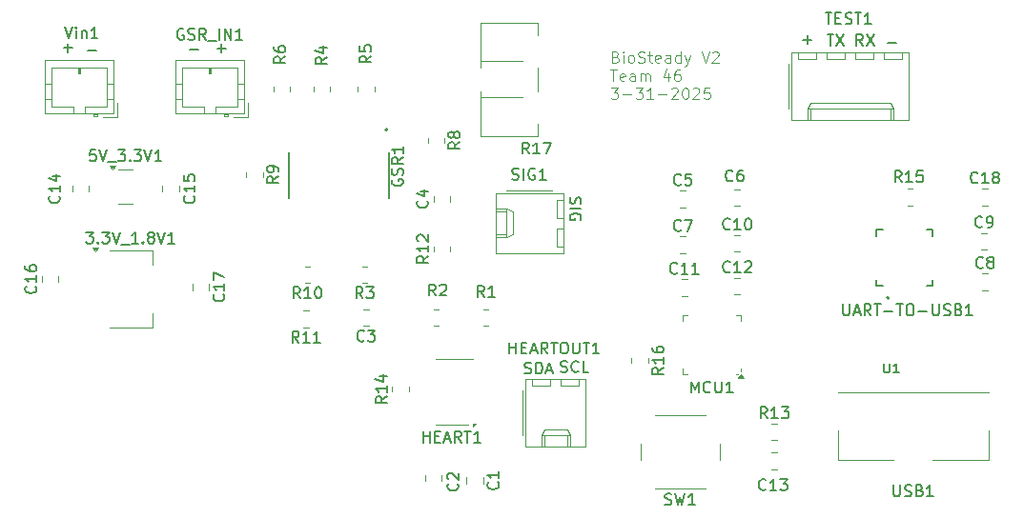
<source format=gbr>
%TF.GenerationSoftware,KiCad,Pcbnew,8.0.8*%
%TF.CreationDate,2025-03-31T16:04:57-05:00*%
%TF.ProjectId,finalproject,66696e61-6c70-4726-9f6a-6563742e6b69,rev?*%
%TF.SameCoordinates,Original*%
%TF.FileFunction,Legend,Top*%
%TF.FilePolarity,Positive*%
%FSLAX46Y46*%
G04 Gerber Fmt 4.6, Leading zero omitted, Abs format (unit mm)*
G04 Created by KiCad (PCBNEW 8.0.8) date 2025-03-31 16:04:57*
%MOMM*%
%LPD*%
G01*
G04 APERTURE LIST*
%ADD10C,0.100000*%
%ADD11C,0.150000*%
%ADD12C,0.120000*%
%ADD13C,0.200000*%
%ADD14C,0.127000*%
G04 APERTURE END LIST*
D10*
X127510217Y-70677721D02*
X127653074Y-70725340D01*
X127653074Y-70725340D02*
X127700693Y-70772959D01*
X127700693Y-70772959D02*
X127748312Y-70868197D01*
X127748312Y-70868197D02*
X127748312Y-71011054D01*
X127748312Y-71011054D02*
X127700693Y-71106292D01*
X127700693Y-71106292D02*
X127653074Y-71153912D01*
X127653074Y-71153912D02*
X127557836Y-71201531D01*
X127557836Y-71201531D02*
X127176884Y-71201531D01*
X127176884Y-71201531D02*
X127176884Y-70201531D01*
X127176884Y-70201531D02*
X127510217Y-70201531D01*
X127510217Y-70201531D02*
X127605455Y-70249150D01*
X127605455Y-70249150D02*
X127653074Y-70296769D01*
X127653074Y-70296769D02*
X127700693Y-70392007D01*
X127700693Y-70392007D02*
X127700693Y-70487245D01*
X127700693Y-70487245D02*
X127653074Y-70582483D01*
X127653074Y-70582483D02*
X127605455Y-70630102D01*
X127605455Y-70630102D02*
X127510217Y-70677721D01*
X127510217Y-70677721D02*
X127176884Y-70677721D01*
X128176884Y-71201531D02*
X128176884Y-70534864D01*
X128176884Y-70201531D02*
X128129265Y-70249150D01*
X128129265Y-70249150D02*
X128176884Y-70296769D01*
X128176884Y-70296769D02*
X128224503Y-70249150D01*
X128224503Y-70249150D02*
X128176884Y-70201531D01*
X128176884Y-70201531D02*
X128176884Y-70296769D01*
X128795931Y-71201531D02*
X128700693Y-71153912D01*
X128700693Y-71153912D02*
X128653074Y-71106292D01*
X128653074Y-71106292D02*
X128605455Y-71011054D01*
X128605455Y-71011054D02*
X128605455Y-70725340D01*
X128605455Y-70725340D02*
X128653074Y-70630102D01*
X128653074Y-70630102D02*
X128700693Y-70582483D01*
X128700693Y-70582483D02*
X128795931Y-70534864D01*
X128795931Y-70534864D02*
X128938788Y-70534864D01*
X128938788Y-70534864D02*
X129034026Y-70582483D01*
X129034026Y-70582483D02*
X129081645Y-70630102D01*
X129081645Y-70630102D02*
X129129264Y-70725340D01*
X129129264Y-70725340D02*
X129129264Y-71011054D01*
X129129264Y-71011054D02*
X129081645Y-71106292D01*
X129081645Y-71106292D02*
X129034026Y-71153912D01*
X129034026Y-71153912D02*
X128938788Y-71201531D01*
X128938788Y-71201531D02*
X128795931Y-71201531D01*
X129510217Y-71153912D02*
X129653074Y-71201531D01*
X129653074Y-71201531D02*
X129891169Y-71201531D01*
X129891169Y-71201531D02*
X129986407Y-71153912D01*
X129986407Y-71153912D02*
X130034026Y-71106292D01*
X130034026Y-71106292D02*
X130081645Y-71011054D01*
X130081645Y-71011054D02*
X130081645Y-70915816D01*
X130081645Y-70915816D02*
X130034026Y-70820578D01*
X130034026Y-70820578D02*
X129986407Y-70772959D01*
X129986407Y-70772959D02*
X129891169Y-70725340D01*
X129891169Y-70725340D02*
X129700693Y-70677721D01*
X129700693Y-70677721D02*
X129605455Y-70630102D01*
X129605455Y-70630102D02*
X129557836Y-70582483D01*
X129557836Y-70582483D02*
X129510217Y-70487245D01*
X129510217Y-70487245D02*
X129510217Y-70392007D01*
X129510217Y-70392007D02*
X129557836Y-70296769D01*
X129557836Y-70296769D02*
X129605455Y-70249150D01*
X129605455Y-70249150D02*
X129700693Y-70201531D01*
X129700693Y-70201531D02*
X129938788Y-70201531D01*
X129938788Y-70201531D02*
X130081645Y-70249150D01*
X130367360Y-70534864D02*
X130748312Y-70534864D01*
X130510217Y-70201531D02*
X130510217Y-71058673D01*
X130510217Y-71058673D02*
X130557836Y-71153912D01*
X130557836Y-71153912D02*
X130653074Y-71201531D01*
X130653074Y-71201531D02*
X130748312Y-71201531D01*
X131462598Y-71153912D02*
X131367360Y-71201531D01*
X131367360Y-71201531D02*
X131176884Y-71201531D01*
X131176884Y-71201531D02*
X131081646Y-71153912D01*
X131081646Y-71153912D02*
X131034027Y-71058673D01*
X131034027Y-71058673D02*
X131034027Y-70677721D01*
X131034027Y-70677721D02*
X131081646Y-70582483D01*
X131081646Y-70582483D02*
X131176884Y-70534864D01*
X131176884Y-70534864D02*
X131367360Y-70534864D01*
X131367360Y-70534864D02*
X131462598Y-70582483D01*
X131462598Y-70582483D02*
X131510217Y-70677721D01*
X131510217Y-70677721D02*
X131510217Y-70772959D01*
X131510217Y-70772959D02*
X131034027Y-70868197D01*
X132367360Y-71201531D02*
X132367360Y-70677721D01*
X132367360Y-70677721D02*
X132319741Y-70582483D01*
X132319741Y-70582483D02*
X132224503Y-70534864D01*
X132224503Y-70534864D02*
X132034027Y-70534864D01*
X132034027Y-70534864D02*
X131938789Y-70582483D01*
X132367360Y-71153912D02*
X132272122Y-71201531D01*
X132272122Y-71201531D02*
X132034027Y-71201531D01*
X132034027Y-71201531D02*
X131938789Y-71153912D01*
X131938789Y-71153912D02*
X131891170Y-71058673D01*
X131891170Y-71058673D02*
X131891170Y-70963435D01*
X131891170Y-70963435D02*
X131938789Y-70868197D01*
X131938789Y-70868197D02*
X132034027Y-70820578D01*
X132034027Y-70820578D02*
X132272122Y-70820578D01*
X132272122Y-70820578D02*
X132367360Y-70772959D01*
X133272122Y-71201531D02*
X133272122Y-70201531D01*
X133272122Y-71153912D02*
X133176884Y-71201531D01*
X133176884Y-71201531D02*
X132986408Y-71201531D01*
X132986408Y-71201531D02*
X132891170Y-71153912D01*
X132891170Y-71153912D02*
X132843551Y-71106292D01*
X132843551Y-71106292D02*
X132795932Y-71011054D01*
X132795932Y-71011054D02*
X132795932Y-70725340D01*
X132795932Y-70725340D02*
X132843551Y-70630102D01*
X132843551Y-70630102D02*
X132891170Y-70582483D01*
X132891170Y-70582483D02*
X132986408Y-70534864D01*
X132986408Y-70534864D02*
X133176884Y-70534864D01*
X133176884Y-70534864D02*
X133272122Y-70582483D01*
X133653075Y-70534864D02*
X133891170Y-71201531D01*
X134129265Y-70534864D02*
X133891170Y-71201531D01*
X133891170Y-71201531D02*
X133795932Y-71439626D01*
X133795932Y-71439626D02*
X133748313Y-71487245D01*
X133748313Y-71487245D02*
X133653075Y-71534864D01*
X135129266Y-70201531D02*
X135462599Y-71201531D01*
X135462599Y-71201531D02*
X135795932Y-70201531D01*
X136081647Y-70296769D02*
X136129266Y-70249150D01*
X136129266Y-70249150D02*
X136224504Y-70201531D01*
X136224504Y-70201531D02*
X136462599Y-70201531D01*
X136462599Y-70201531D02*
X136557837Y-70249150D01*
X136557837Y-70249150D02*
X136605456Y-70296769D01*
X136605456Y-70296769D02*
X136653075Y-70392007D01*
X136653075Y-70392007D02*
X136653075Y-70487245D01*
X136653075Y-70487245D02*
X136605456Y-70630102D01*
X136605456Y-70630102D02*
X136034028Y-71201531D01*
X136034028Y-71201531D02*
X136653075Y-71201531D01*
X127034027Y-71811475D02*
X127605455Y-71811475D01*
X127319741Y-72811475D02*
X127319741Y-71811475D01*
X128319741Y-72763856D02*
X128224503Y-72811475D01*
X128224503Y-72811475D02*
X128034027Y-72811475D01*
X128034027Y-72811475D02*
X127938789Y-72763856D01*
X127938789Y-72763856D02*
X127891170Y-72668617D01*
X127891170Y-72668617D02*
X127891170Y-72287665D01*
X127891170Y-72287665D02*
X127938789Y-72192427D01*
X127938789Y-72192427D02*
X128034027Y-72144808D01*
X128034027Y-72144808D02*
X128224503Y-72144808D01*
X128224503Y-72144808D02*
X128319741Y-72192427D01*
X128319741Y-72192427D02*
X128367360Y-72287665D01*
X128367360Y-72287665D02*
X128367360Y-72382903D01*
X128367360Y-72382903D02*
X127891170Y-72478141D01*
X129224503Y-72811475D02*
X129224503Y-72287665D01*
X129224503Y-72287665D02*
X129176884Y-72192427D01*
X129176884Y-72192427D02*
X129081646Y-72144808D01*
X129081646Y-72144808D02*
X128891170Y-72144808D01*
X128891170Y-72144808D02*
X128795932Y-72192427D01*
X129224503Y-72763856D02*
X129129265Y-72811475D01*
X129129265Y-72811475D02*
X128891170Y-72811475D01*
X128891170Y-72811475D02*
X128795932Y-72763856D01*
X128795932Y-72763856D02*
X128748313Y-72668617D01*
X128748313Y-72668617D02*
X128748313Y-72573379D01*
X128748313Y-72573379D02*
X128795932Y-72478141D01*
X128795932Y-72478141D02*
X128891170Y-72430522D01*
X128891170Y-72430522D02*
X129129265Y-72430522D01*
X129129265Y-72430522D02*
X129224503Y-72382903D01*
X129700694Y-72811475D02*
X129700694Y-72144808D01*
X129700694Y-72240046D02*
X129748313Y-72192427D01*
X129748313Y-72192427D02*
X129843551Y-72144808D01*
X129843551Y-72144808D02*
X129986408Y-72144808D01*
X129986408Y-72144808D02*
X130081646Y-72192427D01*
X130081646Y-72192427D02*
X130129265Y-72287665D01*
X130129265Y-72287665D02*
X130129265Y-72811475D01*
X130129265Y-72287665D02*
X130176884Y-72192427D01*
X130176884Y-72192427D02*
X130272122Y-72144808D01*
X130272122Y-72144808D02*
X130414979Y-72144808D01*
X130414979Y-72144808D02*
X130510218Y-72192427D01*
X130510218Y-72192427D02*
X130557837Y-72287665D01*
X130557837Y-72287665D02*
X130557837Y-72811475D01*
X132224503Y-72144808D02*
X132224503Y-72811475D01*
X131986408Y-71763856D02*
X131748313Y-72478141D01*
X131748313Y-72478141D02*
X132367360Y-72478141D01*
X133176884Y-71811475D02*
X132986408Y-71811475D01*
X132986408Y-71811475D02*
X132891170Y-71859094D01*
X132891170Y-71859094D02*
X132843551Y-71906713D01*
X132843551Y-71906713D02*
X132748313Y-72049570D01*
X132748313Y-72049570D02*
X132700694Y-72240046D01*
X132700694Y-72240046D02*
X132700694Y-72620998D01*
X132700694Y-72620998D02*
X132748313Y-72716236D01*
X132748313Y-72716236D02*
X132795932Y-72763856D01*
X132795932Y-72763856D02*
X132891170Y-72811475D01*
X132891170Y-72811475D02*
X133081646Y-72811475D01*
X133081646Y-72811475D02*
X133176884Y-72763856D01*
X133176884Y-72763856D02*
X133224503Y-72716236D01*
X133224503Y-72716236D02*
X133272122Y-72620998D01*
X133272122Y-72620998D02*
X133272122Y-72382903D01*
X133272122Y-72382903D02*
X133224503Y-72287665D01*
X133224503Y-72287665D02*
X133176884Y-72240046D01*
X133176884Y-72240046D02*
X133081646Y-72192427D01*
X133081646Y-72192427D02*
X132891170Y-72192427D01*
X132891170Y-72192427D02*
X132795932Y-72240046D01*
X132795932Y-72240046D02*
X132748313Y-72287665D01*
X132748313Y-72287665D02*
X132700694Y-72382903D01*
X127081646Y-73421419D02*
X127700693Y-73421419D01*
X127700693Y-73421419D02*
X127367360Y-73802371D01*
X127367360Y-73802371D02*
X127510217Y-73802371D01*
X127510217Y-73802371D02*
X127605455Y-73849990D01*
X127605455Y-73849990D02*
X127653074Y-73897609D01*
X127653074Y-73897609D02*
X127700693Y-73992847D01*
X127700693Y-73992847D02*
X127700693Y-74230942D01*
X127700693Y-74230942D02*
X127653074Y-74326180D01*
X127653074Y-74326180D02*
X127605455Y-74373800D01*
X127605455Y-74373800D02*
X127510217Y-74421419D01*
X127510217Y-74421419D02*
X127224503Y-74421419D01*
X127224503Y-74421419D02*
X127129265Y-74373800D01*
X127129265Y-74373800D02*
X127081646Y-74326180D01*
X128129265Y-74040466D02*
X128891170Y-74040466D01*
X129272122Y-73421419D02*
X129891169Y-73421419D01*
X129891169Y-73421419D02*
X129557836Y-73802371D01*
X129557836Y-73802371D02*
X129700693Y-73802371D01*
X129700693Y-73802371D02*
X129795931Y-73849990D01*
X129795931Y-73849990D02*
X129843550Y-73897609D01*
X129843550Y-73897609D02*
X129891169Y-73992847D01*
X129891169Y-73992847D02*
X129891169Y-74230942D01*
X129891169Y-74230942D02*
X129843550Y-74326180D01*
X129843550Y-74326180D02*
X129795931Y-74373800D01*
X129795931Y-74373800D02*
X129700693Y-74421419D01*
X129700693Y-74421419D02*
X129414979Y-74421419D01*
X129414979Y-74421419D02*
X129319741Y-74373800D01*
X129319741Y-74373800D02*
X129272122Y-74326180D01*
X130843550Y-74421419D02*
X130272122Y-74421419D01*
X130557836Y-74421419D02*
X130557836Y-73421419D01*
X130557836Y-73421419D02*
X130462598Y-73564276D01*
X130462598Y-73564276D02*
X130367360Y-73659514D01*
X130367360Y-73659514D02*
X130272122Y-73707133D01*
X131272122Y-74040466D02*
X132034027Y-74040466D01*
X132462598Y-73516657D02*
X132510217Y-73469038D01*
X132510217Y-73469038D02*
X132605455Y-73421419D01*
X132605455Y-73421419D02*
X132843550Y-73421419D01*
X132843550Y-73421419D02*
X132938788Y-73469038D01*
X132938788Y-73469038D02*
X132986407Y-73516657D01*
X132986407Y-73516657D02*
X133034026Y-73611895D01*
X133034026Y-73611895D02*
X133034026Y-73707133D01*
X133034026Y-73707133D02*
X132986407Y-73849990D01*
X132986407Y-73849990D02*
X132414979Y-74421419D01*
X132414979Y-74421419D02*
X133034026Y-74421419D01*
X133653074Y-73421419D02*
X133748312Y-73421419D01*
X133748312Y-73421419D02*
X133843550Y-73469038D01*
X133843550Y-73469038D02*
X133891169Y-73516657D01*
X133891169Y-73516657D02*
X133938788Y-73611895D01*
X133938788Y-73611895D02*
X133986407Y-73802371D01*
X133986407Y-73802371D02*
X133986407Y-74040466D01*
X133986407Y-74040466D02*
X133938788Y-74230942D01*
X133938788Y-74230942D02*
X133891169Y-74326180D01*
X133891169Y-74326180D02*
X133843550Y-74373800D01*
X133843550Y-74373800D02*
X133748312Y-74421419D01*
X133748312Y-74421419D02*
X133653074Y-74421419D01*
X133653074Y-74421419D02*
X133557836Y-74373800D01*
X133557836Y-74373800D02*
X133510217Y-74326180D01*
X133510217Y-74326180D02*
X133462598Y-74230942D01*
X133462598Y-74230942D02*
X133414979Y-74040466D01*
X133414979Y-74040466D02*
X133414979Y-73802371D01*
X133414979Y-73802371D02*
X133462598Y-73611895D01*
X133462598Y-73611895D02*
X133510217Y-73516657D01*
X133510217Y-73516657D02*
X133557836Y-73469038D01*
X133557836Y-73469038D02*
X133653074Y-73421419D01*
X134367360Y-73516657D02*
X134414979Y-73469038D01*
X134414979Y-73469038D02*
X134510217Y-73421419D01*
X134510217Y-73421419D02*
X134748312Y-73421419D01*
X134748312Y-73421419D02*
X134843550Y-73469038D01*
X134843550Y-73469038D02*
X134891169Y-73516657D01*
X134891169Y-73516657D02*
X134938788Y-73611895D01*
X134938788Y-73611895D02*
X134938788Y-73707133D01*
X134938788Y-73707133D02*
X134891169Y-73849990D01*
X134891169Y-73849990D02*
X134319741Y-74421419D01*
X134319741Y-74421419D02*
X134938788Y-74421419D01*
X135843550Y-73421419D02*
X135367360Y-73421419D01*
X135367360Y-73421419D02*
X135319741Y-73897609D01*
X135319741Y-73897609D02*
X135367360Y-73849990D01*
X135367360Y-73849990D02*
X135462598Y-73802371D01*
X135462598Y-73802371D02*
X135700693Y-73802371D01*
X135700693Y-73802371D02*
X135795931Y-73849990D01*
X135795931Y-73849990D02*
X135843550Y-73897609D01*
X135843550Y-73897609D02*
X135891169Y-73992847D01*
X135891169Y-73992847D02*
X135891169Y-74230942D01*
X135891169Y-74230942D02*
X135843550Y-74326180D01*
X135843550Y-74326180D02*
X135795931Y-74373800D01*
X135795931Y-74373800D02*
X135700693Y-74421419D01*
X135700693Y-74421419D02*
X135462598Y-74421419D01*
X135462598Y-74421419D02*
X135367360Y-74373800D01*
X135367360Y-74373800D02*
X135319741Y-74326180D01*
D11*
X151331002Y-97936103D02*
X151331002Y-98616377D01*
X151331002Y-98616377D02*
X151371018Y-98696409D01*
X151371018Y-98696409D02*
X151411035Y-98736426D01*
X151411035Y-98736426D02*
X151491067Y-98776442D01*
X151491067Y-98776442D02*
X151651131Y-98776442D01*
X151651131Y-98776442D02*
X151731164Y-98736426D01*
X151731164Y-98736426D02*
X151771180Y-98696409D01*
X151771180Y-98696409D02*
X151811196Y-98616377D01*
X151811196Y-98616377D02*
X151811196Y-97936103D01*
X152651535Y-98776442D02*
X152171341Y-98776442D01*
X152411438Y-98776442D02*
X152411438Y-97936103D01*
X152411438Y-97936103D02*
X152331406Y-98056151D01*
X152331406Y-98056151D02*
X152251373Y-98136183D01*
X152251373Y-98136183D02*
X152171341Y-98176200D01*
X119816142Y-79288819D02*
X119482809Y-78812628D01*
X119244714Y-79288819D02*
X119244714Y-78288819D01*
X119244714Y-78288819D02*
X119625666Y-78288819D01*
X119625666Y-78288819D02*
X119720904Y-78336438D01*
X119720904Y-78336438D02*
X119768523Y-78384057D01*
X119768523Y-78384057D02*
X119816142Y-78479295D01*
X119816142Y-78479295D02*
X119816142Y-78622152D01*
X119816142Y-78622152D02*
X119768523Y-78717390D01*
X119768523Y-78717390D02*
X119720904Y-78765009D01*
X119720904Y-78765009D02*
X119625666Y-78812628D01*
X119625666Y-78812628D02*
X119244714Y-78812628D01*
X120768523Y-79288819D02*
X120197095Y-79288819D01*
X120482809Y-79288819D02*
X120482809Y-78288819D01*
X120482809Y-78288819D02*
X120387571Y-78431676D01*
X120387571Y-78431676D02*
X120292333Y-78526914D01*
X120292333Y-78526914D02*
X120197095Y-78574533D01*
X121101857Y-78288819D02*
X121768523Y-78288819D01*
X121768523Y-78288819D02*
X121339952Y-79288819D01*
X78605000Y-68034819D02*
X78938333Y-69034819D01*
X78938333Y-69034819D02*
X79271666Y-68034819D01*
X79605000Y-69034819D02*
X79605000Y-68368152D01*
X79605000Y-68034819D02*
X79557381Y-68082438D01*
X79557381Y-68082438D02*
X79605000Y-68130057D01*
X79605000Y-68130057D02*
X79652619Y-68082438D01*
X79652619Y-68082438D02*
X79605000Y-68034819D01*
X79605000Y-68034819D02*
X79605000Y-68130057D01*
X80081190Y-68368152D02*
X80081190Y-69034819D01*
X80081190Y-68463390D02*
X80128809Y-68415771D01*
X80128809Y-68415771D02*
X80224047Y-68368152D01*
X80224047Y-68368152D02*
X80366904Y-68368152D01*
X80366904Y-68368152D02*
X80462142Y-68415771D01*
X80462142Y-68415771D02*
X80509761Y-68511009D01*
X80509761Y-68511009D02*
X80509761Y-69034819D01*
X81509761Y-69034819D02*
X80938333Y-69034819D01*
X81224047Y-69034819D02*
X81224047Y-68034819D01*
X81224047Y-68034819D02*
X81128809Y-68177676D01*
X81128809Y-68177676D02*
X81033571Y-68272914D01*
X81033571Y-68272914D02*
X80938333Y-68320533D01*
X79247951Y-69903133D02*
X78486047Y-69903133D01*
X78866999Y-69522180D02*
X78866999Y-70284085D01*
X81374951Y-70157133D02*
X80613047Y-70157133D01*
X152185905Y-108760819D02*
X152185905Y-109570342D01*
X152185905Y-109570342D02*
X152233524Y-109665580D01*
X152233524Y-109665580D02*
X152281143Y-109713200D01*
X152281143Y-109713200D02*
X152376381Y-109760819D01*
X152376381Y-109760819D02*
X152566857Y-109760819D01*
X152566857Y-109760819D02*
X152662095Y-109713200D01*
X152662095Y-109713200D02*
X152709714Y-109665580D01*
X152709714Y-109665580D02*
X152757333Y-109570342D01*
X152757333Y-109570342D02*
X152757333Y-108760819D01*
X153185905Y-109713200D02*
X153328762Y-109760819D01*
X153328762Y-109760819D02*
X153566857Y-109760819D01*
X153566857Y-109760819D02*
X153662095Y-109713200D01*
X153662095Y-109713200D02*
X153709714Y-109665580D01*
X153709714Y-109665580D02*
X153757333Y-109570342D01*
X153757333Y-109570342D02*
X153757333Y-109475104D01*
X153757333Y-109475104D02*
X153709714Y-109379866D01*
X153709714Y-109379866D02*
X153662095Y-109332247D01*
X153662095Y-109332247D02*
X153566857Y-109284628D01*
X153566857Y-109284628D02*
X153376381Y-109237009D01*
X153376381Y-109237009D02*
X153281143Y-109189390D01*
X153281143Y-109189390D02*
X153233524Y-109141771D01*
X153233524Y-109141771D02*
X153185905Y-109046533D01*
X153185905Y-109046533D02*
X153185905Y-108951295D01*
X153185905Y-108951295D02*
X153233524Y-108856057D01*
X153233524Y-108856057D02*
X153281143Y-108808438D01*
X153281143Y-108808438D02*
X153376381Y-108760819D01*
X153376381Y-108760819D02*
X153614476Y-108760819D01*
X153614476Y-108760819D02*
X153757333Y-108808438D01*
X154519238Y-109237009D02*
X154662095Y-109284628D01*
X154662095Y-109284628D02*
X154709714Y-109332247D01*
X154709714Y-109332247D02*
X154757333Y-109427485D01*
X154757333Y-109427485D02*
X154757333Y-109570342D01*
X154757333Y-109570342D02*
X154709714Y-109665580D01*
X154709714Y-109665580D02*
X154662095Y-109713200D01*
X154662095Y-109713200D02*
X154566857Y-109760819D01*
X154566857Y-109760819D02*
X154185905Y-109760819D01*
X154185905Y-109760819D02*
X154185905Y-108760819D01*
X154185905Y-108760819D02*
X154519238Y-108760819D01*
X154519238Y-108760819D02*
X154614476Y-108808438D01*
X154614476Y-108808438D02*
X154662095Y-108856057D01*
X154662095Y-108856057D02*
X154709714Y-108951295D01*
X154709714Y-108951295D02*
X154709714Y-109046533D01*
X154709714Y-109046533D02*
X154662095Y-109141771D01*
X154662095Y-109141771D02*
X154614476Y-109189390D01*
X154614476Y-109189390D02*
X154519238Y-109237009D01*
X154519238Y-109237009D02*
X154185905Y-109237009D01*
X155709714Y-109760819D02*
X155138286Y-109760819D01*
X155424000Y-109760819D02*
X155424000Y-108760819D01*
X155424000Y-108760819D02*
X155328762Y-108903676D01*
X155328762Y-108903676D02*
X155233524Y-108998914D01*
X155233524Y-108998914D02*
X155138286Y-109046533D01*
X147701714Y-92672819D02*
X147701714Y-93482342D01*
X147701714Y-93482342D02*
X147749333Y-93577580D01*
X147749333Y-93577580D02*
X147796952Y-93625200D01*
X147796952Y-93625200D02*
X147892190Y-93672819D01*
X147892190Y-93672819D02*
X148082666Y-93672819D01*
X148082666Y-93672819D02*
X148177904Y-93625200D01*
X148177904Y-93625200D02*
X148225523Y-93577580D01*
X148225523Y-93577580D02*
X148273142Y-93482342D01*
X148273142Y-93482342D02*
X148273142Y-92672819D01*
X148701714Y-93387104D02*
X149177904Y-93387104D01*
X148606476Y-93672819D02*
X148939809Y-92672819D01*
X148939809Y-92672819D02*
X149273142Y-93672819D01*
X150177904Y-93672819D02*
X149844571Y-93196628D01*
X149606476Y-93672819D02*
X149606476Y-92672819D01*
X149606476Y-92672819D02*
X149987428Y-92672819D01*
X149987428Y-92672819D02*
X150082666Y-92720438D01*
X150082666Y-92720438D02*
X150130285Y-92768057D01*
X150130285Y-92768057D02*
X150177904Y-92863295D01*
X150177904Y-92863295D02*
X150177904Y-93006152D01*
X150177904Y-93006152D02*
X150130285Y-93101390D01*
X150130285Y-93101390D02*
X150082666Y-93149009D01*
X150082666Y-93149009D02*
X149987428Y-93196628D01*
X149987428Y-93196628D02*
X149606476Y-93196628D01*
X150463619Y-92672819D02*
X151035047Y-92672819D01*
X150749333Y-93672819D02*
X150749333Y-92672819D01*
X151368381Y-93291866D02*
X152130286Y-93291866D01*
X152463619Y-92672819D02*
X153035047Y-92672819D01*
X152749333Y-93672819D02*
X152749333Y-92672819D01*
X153558857Y-92672819D02*
X153749333Y-92672819D01*
X153749333Y-92672819D02*
X153844571Y-92720438D01*
X153844571Y-92720438D02*
X153939809Y-92815676D01*
X153939809Y-92815676D02*
X153987428Y-93006152D01*
X153987428Y-93006152D02*
X153987428Y-93339485D01*
X153987428Y-93339485D02*
X153939809Y-93529961D01*
X153939809Y-93529961D02*
X153844571Y-93625200D01*
X153844571Y-93625200D02*
X153749333Y-93672819D01*
X153749333Y-93672819D02*
X153558857Y-93672819D01*
X153558857Y-93672819D02*
X153463619Y-93625200D01*
X153463619Y-93625200D02*
X153368381Y-93529961D01*
X153368381Y-93529961D02*
X153320762Y-93339485D01*
X153320762Y-93339485D02*
X153320762Y-93006152D01*
X153320762Y-93006152D02*
X153368381Y-92815676D01*
X153368381Y-92815676D02*
X153463619Y-92720438D01*
X153463619Y-92720438D02*
X153558857Y-92672819D01*
X154416000Y-93291866D02*
X155177905Y-93291866D01*
X155654095Y-92672819D02*
X155654095Y-93482342D01*
X155654095Y-93482342D02*
X155701714Y-93577580D01*
X155701714Y-93577580D02*
X155749333Y-93625200D01*
X155749333Y-93625200D02*
X155844571Y-93672819D01*
X155844571Y-93672819D02*
X156035047Y-93672819D01*
X156035047Y-93672819D02*
X156130285Y-93625200D01*
X156130285Y-93625200D02*
X156177904Y-93577580D01*
X156177904Y-93577580D02*
X156225523Y-93482342D01*
X156225523Y-93482342D02*
X156225523Y-92672819D01*
X156654095Y-93625200D02*
X156796952Y-93672819D01*
X156796952Y-93672819D02*
X157035047Y-93672819D01*
X157035047Y-93672819D02*
X157130285Y-93625200D01*
X157130285Y-93625200D02*
X157177904Y-93577580D01*
X157177904Y-93577580D02*
X157225523Y-93482342D01*
X157225523Y-93482342D02*
X157225523Y-93387104D01*
X157225523Y-93387104D02*
X157177904Y-93291866D01*
X157177904Y-93291866D02*
X157130285Y-93244247D01*
X157130285Y-93244247D02*
X157035047Y-93196628D01*
X157035047Y-93196628D02*
X156844571Y-93149009D01*
X156844571Y-93149009D02*
X156749333Y-93101390D01*
X156749333Y-93101390D02*
X156701714Y-93053771D01*
X156701714Y-93053771D02*
X156654095Y-92958533D01*
X156654095Y-92958533D02*
X156654095Y-92863295D01*
X156654095Y-92863295D02*
X156701714Y-92768057D01*
X156701714Y-92768057D02*
X156749333Y-92720438D01*
X156749333Y-92720438D02*
X156844571Y-92672819D01*
X156844571Y-92672819D02*
X157082666Y-92672819D01*
X157082666Y-92672819D02*
X157225523Y-92720438D01*
X157987428Y-93149009D02*
X158130285Y-93196628D01*
X158130285Y-93196628D02*
X158177904Y-93244247D01*
X158177904Y-93244247D02*
X158225523Y-93339485D01*
X158225523Y-93339485D02*
X158225523Y-93482342D01*
X158225523Y-93482342D02*
X158177904Y-93577580D01*
X158177904Y-93577580D02*
X158130285Y-93625200D01*
X158130285Y-93625200D02*
X158035047Y-93672819D01*
X158035047Y-93672819D02*
X157654095Y-93672819D01*
X157654095Y-93672819D02*
X157654095Y-92672819D01*
X157654095Y-92672819D02*
X157987428Y-92672819D01*
X157987428Y-92672819D02*
X158082666Y-92720438D01*
X158082666Y-92720438D02*
X158130285Y-92768057D01*
X158130285Y-92768057D02*
X158177904Y-92863295D01*
X158177904Y-92863295D02*
X158177904Y-92958533D01*
X158177904Y-92958533D02*
X158130285Y-93053771D01*
X158130285Y-93053771D02*
X158082666Y-93101390D01*
X158082666Y-93101390D02*
X157987428Y-93149009D01*
X157987428Y-93149009D02*
X157654095Y-93149009D01*
X159177904Y-93672819D02*
X158606476Y-93672819D01*
X158892190Y-93672819D02*
X158892190Y-92672819D01*
X158892190Y-92672819D02*
X158796952Y-92815676D01*
X158796952Y-92815676D02*
X158701714Y-92910914D01*
X158701714Y-92910914D02*
X158606476Y-92958533D01*
X146137571Y-66764819D02*
X146708999Y-66764819D01*
X146423285Y-67764819D02*
X146423285Y-66764819D01*
X147042333Y-67241009D02*
X147375666Y-67241009D01*
X147518523Y-67764819D02*
X147042333Y-67764819D01*
X147042333Y-67764819D02*
X147042333Y-66764819D01*
X147042333Y-66764819D02*
X147518523Y-66764819D01*
X147899476Y-67717200D02*
X148042333Y-67764819D01*
X148042333Y-67764819D02*
X148280428Y-67764819D01*
X148280428Y-67764819D02*
X148375666Y-67717200D01*
X148375666Y-67717200D02*
X148423285Y-67669580D01*
X148423285Y-67669580D02*
X148470904Y-67574342D01*
X148470904Y-67574342D02*
X148470904Y-67479104D01*
X148470904Y-67479104D02*
X148423285Y-67383866D01*
X148423285Y-67383866D02*
X148375666Y-67336247D01*
X148375666Y-67336247D02*
X148280428Y-67288628D01*
X148280428Y-67288628D02*
X148089952Y-67241009D01*
X148089952Y-67241009D02*
X147994714Y-67193390D01*
X147994714Y-67193390D02*
X147947095Y-67145771D01*
X147947095Y-67145771D02*
X147899476Y-67050533D01*
X147899476Y-67050533D02*
X147899476Y-66955295D01*
X147899476Y-66955295D02*
X147947095Y-66860057D01*
X147947095Y-66860057D02*
X147994714Y-66812438D01*
X147994714Y-66812438D02*
X148089952Y-66764819D01*
X148089952Y-66764819D02*
X148328047Y-66764819D01*
X148328047Y-66764819D02*
X148470904Y-66812438D01*
X148756619Y-66764819D02*
X149328047Y-66764819D01*
X149042333Y-67764819D02*
X149042333Y-66764819D01*
X150185190Y-67764819D02*
X149613762Y-67764819D01*
X149899476Y-67764819D02*
X149899476Y-66764819D01*
X149899476Y-66764819D02*
X149804238Y-66907676D01*
X149804238Y-66907676D02*
X149709000Y-67002914D01*
X149709000Y-67002914D02*
X149613762Y-67050533D01*
X144145048Y-69161866D02*
X144906953Y-69161866D01*
X144526000Y-69542819D02*
X144526000Y-68780914D01*
X151638048Y-69415866D02*
X152399953Y-69415866D01*
X146304095Y-68669819D02*
X146875523Y-68669819D01*
X146589809Y-69669819D02*
X146589809Y-68669819D01*
X147113619Y-68669819D02*
X147780285Y-69669819D01*
X147780285Y-68669819D02*
X147113619Y-69669819D01*
X149439333Y-69669819D02*
X149106000Y-69193628D01*
X148867905Y-69669819D02*
X148867905Y-68669819D01*
X148867905Y-68669819D02*
X149248857Y-68669819D01*
X149248857Y-68669819D02*
X149344095Y-68717438D01*
X149344095Y-68717438D02*
X149391714Y-68765057D01*
X149391714Y-68765057D02*
X149439333Y-68860295D01*
X149439333Y-68860295D02*
X149439333Y-69003152D01*
X149439333Y-69003152D02*
X149391714Y-69098390D01*
X149391714Y-69098390D02*
X149344095Y-69146009D01*
X149344095Y-69146009D02*
X149248857Y-69193628D01*
X149248857Y-69193628D02*
X148867905Y-69193628D01*
X149772667Y-68669819D02*
X150439333Y-69669819D01*
X150439333Y-68669819D02*
X149772667Y-69669819D01*
X131889667Y-110468200D02*
X132032524Y-110515819D01*
X132032524Y-110515819D02*
X132270619Y-110515819D01*
X132270619Y-110515819D02*
X132365857Y-110468200D01*
X132365857Y-110468200D02*
X132413476Y-110420580D01*
X132413476Y-110420580D02*
X132461095Y-110325342D01*
X132461095Y-110325342D02*
X132461095Y-110230104D01*
X132461095Y-110230104D02*
X132413476Y-110134866D01*
X132413476Y-110134866D02*
X132365857Y-110087247D01*
X132365857Y-110087247D02*
X132270619Y-110039628D01*
X132270619Y-110039628D02*
X132080143Y-109992009D01*
X132080143Y-109992009D02*
X131984905Y-109944390D01*
X131984905Y-109944390D02*
X131937286Y-109896771D01*
X131937286Y-109896771D02*
X131889667Y-109801533D01*
X131889667Y-109801533D02*
X131889667Y-109706295D01*
X131889667Y-109706295D02*
X131937286Y-109611057D01*
X131937286Y-109611057D02*
X131984905Y-109563438D01*
X131984905Y-109563438D02*
X132080143Y-109515819D01*
X132080143Y-109515819D02*
X132318238Y-109515819D01*
X132318238Y-109515819D02*
X132461095Y-109563438D01*
X132794429Y-109515819D02*
X133032524Y-110515819D01*
X133032524Y-110515819D02*
X133223000Y-109801533D01*
X133223000Y-109801533D02*
X133413476Y-110515819D01*
X133413476Y-110515819D02*
X133651572Y-109515819D01*
X134556333Y-110515819D02*
X133984905Y-110515819D01*
X134270619Y-110515819D02*
X134270619Y-109515819D01*
X134270619Y-109515819D02*
X134175381Y-109658676D01*
X134175381Y-109658676D02*
X134080143Y-109753914D01*
X134080143Y-109753914D02*
X133984905Y-109801533D01*
X118324000Y-81560200D02*
X118466857Y-81607819D01*
X118466857Y-81607819D02*
X118704952Y-81607819D01*
X118704952Y-81607819D02*
X118800190Y-81560200D01*
X118800190Y-81560200D02*
X118847809Y-81512580D01*
X118847809Y-81512580D02*
X118895428Y-81417342D01*
X118895428Y-81417342D02*
X118895428Y-81322104D01*
X118895428Y-81322104D02*
X118847809Y-81226866D01*
X118847809Y-81226866D02*
X118800190Y-81179247D01*
X118800190Y-81179247D02*
X118704952Y-81131628D01*
X118704952Y-81131628D02*
X118514476Y-81084009D01*
X118514476Y-81084009D02*
X118419238Y-81036390D01*
X118419238Y-81036390D02*
X118371619Y-80988771D01*
X118371619Y-80988771D02*
X118324000Y-80893533D01*
X118324000Y-80893533D02*
X118324000Y-80798295D01*
X118324000Y-80798295D02*
X118371619Y-80703057D01*
X118371619Y-80703057D02*
X118419238Y-80655438D01*
X118419238Y-80655438D02*
X118514476Y-80607819D01*
X118514476Y-80607819D02*
X118752571Y-80607819D01*
X118752571Y-80607819D02*
X118895428Y-80655438D01*
X119324000Y-81607819D02*
X119324000Y-80607819D01*
X120323999Y-80655438D02*
X120228761Y-80607819D01*
X120228761Y-80607819D02*
X120085904Y-80607819D01*
X120085904Y-80607819D02*
X119943047Y-80655438D01*
X119943047Y-80655438D02*
X119847809Y-80750676D01*
X119847809Y-80750676D02*
X119800190Y-80845914D01*
X119800190Y-80845914D02*
X119752571Y-81036390D01*
X119752571Y-81036390D02*
X119752571Y-81179247D01*
X119752571Y-81179247D02*
X119800190Y-81369723D01*
X119800190Y-81369723D02*
X119847809Y-81464961D01*
X119847809Y-81464961D02*
X119943047Y-81560200D01*
X119943047Y-81560200D02*
X120085904Y-81607819D01*
X120085904Y-81607819D02*
X120181142Y-81607819D01*
X120181142Y-81607819D02*
X120323999Y-81560200D01*
X120323999Y-81560200D02*
X120371618Y-81512580D01*
X120371618Y-81512580D02*
X120371618Y-81179247D01*
X120371618Y-81179247D02*
X120181142Y-81179247D01*
X121323999Y-81607819D02*
X120752571Y-81607819D01*
X121038285Y-81607819D02*
X121038285Y-80607819D01*
X121038285Y-80607819D02*
X120943047Y-80750676D01*
X120943047Y-80750676D02*
X120847809Y-80845914D01*
X120847809Y-80845914D02*
X120752571Y-80893533D01*
X123480800Y-83177191D02*
X123433180Y-83320048D01*
X123433180Y-83320048D02*
X123433180Y-83558143D01*
X123433180Y-83558143D02*
X123480800Y-83653381D01*
X123480800Y-83653381D02*
X123528419Y-83701000D01*
X123528419Y-83701000D02*
X123623657Y-83748619D01*
X123623657Y-83748619D02*
X123718895Y-83748619D01*
X123718895Y-83748619D02*
X123814133Y-83701000D01*
X123814133Y-83701000D02*
X123861752Y-83653381D01*
X123861752Y-83653381D02*
X123909371Y-83558143D01*
X123909371Y-83558143D02*
X123956990Y-83367667D01*
X123956990Y-83367667D02*
X124004609Y-83272429D01*
X124004609Y-83272429D02*
X124052228Y-83224810D01*
X124052228Y-83224810D02*
X124147466Y-83177191D01*
X124147466Y-83177191D02*
X124242704Y-83177191D01*
X124242704Y-83177191D02*
X124337942Y-83224810D01*
X124337942Y-83224810D02*
X124385561Y-83272429D01*
X124385561Y-83272429D02*
X124433180Y-83367667D01*
X124433180Y-83367667D02*
X124433180Y-83605762D01*
X124433180Y-83605762D02*
X124385561Y-83748619D01*
X123433180Y-84177191D02*
X124433180Y-84177191D01*
X124385561Y-85177190D02*
X124433180Y-85081952D01*
X124433180Y-85081952D02*
X124433180Y-84939095D01*
X124433180Y-84939095D02*
X124385561Y-84796238D01*
X124385561Y-84796238D02*
X124290323Y-84701000D01*
X124290323Y-84701000D02*
X124195085Y-84653381D01*
X124195085Y-84653381D02*
X124004609Y-84605762D01*
X124004609Y-84605762D02*
X123861752Y-84605762D01*
X123861752Y-84605762D02*
X123671276Y-84653381D01*
X123671276Y-84653381D02*
X123576038Y-84701000D01*
X123576038Y-84701000D02*
X123480800Y-84796238D01*
X123480800Y-84796238D02*
X123433180Y-84939095D01*
X123433180Y-84939095D02*
X123433180Y-85034333D01*
X123433180Y-85034333D02*
X123480800Y-85177190D01*
X123480800Y-85177190D02*
X123528419Y-85224809D01*
X123528419Y-85224809D02*
X123861752Y-85224809D01*
X123861752Y-85224809D02*
X123861752Y-85034333D01*
X131771819Y-98325857D02*
X131295628Y-98659190D01*
X131771819Y-98897285D02*
X130771819Y-98897285D01*
X130771819Y-98897285D02*
X130771819Y-98516333D01*
X130771819Y-98516333D02*
X130819438Y-98421095D01*
X130819438Y-98421095D02*
X130867057Y-98373476D01*
X130867057Y-98373476D02*
X130962295Y-98325857D01*
X130962295Y-98325857D02*
X131105152Y-98325857D01*
X131105152Y-98325857D02*
X131200390Y-98373476D01*
X131200390Y-98373476D02*
X131248009Y-98421095D01*
X131248009Y-98421095D02*
X131295628Y-98516333D01*
X131295628Y-98516333D02*
X131295628Y-98897285D01*
X131771819Y-97373476D02*
X131771819Y-97944904D01*
X131771819Y-97659190D02*
X130771819Y-97659190D01*
X130771819Y-97659190D02*
X130914676Y-97754428D01*
X130914676Y-97754428D02*
X131009914Y-97849666D01*
X131009914Y-97849666D02*
X131057533Y-97944904D01*
X130771819Y-96516333D02*
X130771819Y-96706809D01*
X130771819Y-96706809D02*
X130819438Y-96802047D01*
X130819438Y-96802047D02*
X130867057Y-96849666D01*
X130867057Y-96849666D02*
X131009914Y-96944904D01*
X131009914Y-96944904D02*
X131200390Y-96992523D01*
X131200390Y-96992523D02*
X131581342Y-96992523D01*
X131581342Y-96992523D02*
X131676580Y-96944904D01*
X131676580Y-96944904D02*
X131724200Y-96897285D01*
X131724200Y-96897285D02*
X131771819Y-96802047D01*
X131771819Y-96802047D02*
X131771819Y-96611571D01*
X131771819Y-96611571D02*
X131724200Y-96516333D01*
X131724200Y-96516333D02*
X131676580Y-96468714D01*
X131676580Y-96468714D02*
X131581342Y-96421095D01*
X131581342Y-96421095D02*
X131343247Y-96421095D01*
X131343247Y-96421095D02*
X131248009Y-96468714D01*
X131248009Y-96468714D02*
X131200390Y-96516333D01*
X131200390Y-96516333D02*
X131152771Y-96611571D01*
X131152771Y-96611571D02*
X131152771Y-96802047D01*
X131152771Y-96802047D02*
X131200390Y-96897285D01*
X131200390Y-96897285D02*
X131248009Y-96944904D01*
X131248009Y-96944904D02*
X131343247Y-96992523D01*
X152900142Y-81820819D02*
X152566809Y-81344628D01*
X152328714Y-81820819D02*
X152328714Y-80820819D01*
X152328714Y-80820819D02*
X152709666Y-80820819D01*
X152709666Y-80820819D02*
X152804904Y-80868438D01*
X152804904Y-80868438D02*
X152852523Y-80916057D01*
X152852523Y-80916057D02*
X152900142Y-81011295D01*
X152900142Y-81011295D02*
X152900142Y-81154152D01*
X152900142Y-81154152D02*
X152852523Y-81249390D01*
X152852523Y-81249390D02*
X152804904Y-81297009D01*
X152804904Y-81297009D02*
X152709666Y-81344628D01*
X152709666Y-81344628D02*
X152328714Y-81344628D01*
X153852523Y-81820819D02*
X153281095Y-81820819D01*
X153566809Y-81820819D02*
X153566809Y-80820819D01*
X153566809Y-80820819D02*
X153471571Y-80963676D01*
X153471571Y-80963676D02*
X153376333Y-81058914D01*
X153376333Y-81058914D02*
X153281095Y-81106533D01*
X154757285Y-80820819D02*
X154281095Y-80820819D01*
X154281095Y-80820819D02*
X154233476Y-81297009D01*
X154233476Y-81297009D02*
X154281095Y-81249390D01*
X154281095Y-81249390D02*
X154376333Y-81201771D01*
X154376333Y-81201771D02*
X154614428Y-81201771D01*
X154614428Y-81201771D02*
X154709666Y-81249390D01*
X154709666Y-81249390D02*
X154757285Y-81297009D01*
X154757285Y-81297009D02*
X154804904Y-81392247D01*
X154804904Y-81392247D02*
X154804904Y-81630342D01*
X154804904Y-81630342D02*
X154757285Y-81725580D01*
X154757285Y-81725580D02*
X154709666Y-81773200D01*
X154709666Y-81773200D02*
X154614428Y-81820819D01*
X154614428Y-81820819D02*
X154376333Y-81820819D01*
X154376333Y-81820819D02*
X154281095Y-81773200D01*
X154281095Y-81773200D02*
X154233476Y-81725580D01*
X107196318Y-100877357D02*
X106720127Y-101210690D01*
X107196318Y-101448785D02*
X106196318Y-101448785D01*
X106196318Y-101448785D02*
X106196318Y-101067833D01*
X106196318Y-101067833D02*
X106243937Y-100972595D01*
X106243937Y-100972595D02*
X106291556Y-100924976D01*
X106291556Y-100924976D02*
X106386794Y-100877357D01*
X106386794Y-100877357D02*
X106529651Y-100877357D01*
X106529651Y-100877357D02*
X106624889Y-100924976D01*
X106624889Y-100924976D02*
X106672508Y-100972595D01*
X106672508Y-100972595D02*
X106720127Y-101067833D01*
X106720127Y-101067833D02*
X106720127Y-101448785D01*
X107196318Y-99924976D02*
X107196318Y-100496404D01*
X107196318Y-100210690D02*
X106196318Y-100210690D01*
X106196318Y-100210690D02*
X106339175Y-100305928D01*
X106339175Y-100305928D02*
X106434413Y-100401166D01*
X106434413Y-100401166D02*
X106482032Y-100496404D01*
X106529651Y-99067833D02*
X107196318Y-99067833D01*
X106148699Y-99305928D02*
X106862984Y-99544023D01*
X106862984Y-99544023D02*
X106862984Y-98924976D01*
X140962142Y-102817819D02*
X140628809Y-102341628D01*
X140390714Y-102817819D02*
X140390714Y-101817819D01*
X140390714Y-101817819D02*
X140771666Y-101817819D01*
X140771666Y-101817819D02*
X140866904Y-101865438D01*
X140866904Y-101865438D02*
X140914523Y-101913057D01*
X140914523Y-101913057D02*
X140962142Y-102008295D01*
X140962142Y-102008295D02*
X140962142Y-102151152D01*
X140962142Y-102151152D02*
X140914523Y-102246390D01*
X140914523Y-102246390D02*
X140866904Y-102294009D01*
X140866904Y-102294009D02*
X140771666Y-102341628D01*
X140771666Y-102341628D02*
X140390714Y-102341628D01*
X141914523Y-102817819D02*
X141343095Y-102817819D01*
X141628809Y-102817819D02*
X141628809Y-101817819D01*
X141628809Y-101817819D02*
X141533571Y-101960676D01*
X141533571Y-101960676D02*
X141438333Y-102055914D01*
X141438333Y-102055914D02*
X141343095Y-102103533D01*
X142247857Y-101817819D02*
X142866904Y-101817819D01*
X142866904Y-101817819D02*
X142533571Y-102198771D01*
X142533571Y-102198771D02*
X142676428Y-102198771D01*
X142676428Y-102198771D02*
X142771666Y-102246390D01*
X142771666Y-102246390D02*
X142819285Y-102294009D01*
X142819285Y-102294009D02*
X142866904Y-102389247D01*
X142866904Y-102389247D02*
X142866904Y-102627342D01*
X142866904Y-102627342D02*
X142819285Y-102722580D01*
X142819285Y-102722580D02*
X142771666Y-102770200D01*
X142771666Y-102770200D02*
X142676428Y-102817819D01*
X142676428Y-102817819D02*
X142390714Y-102817819D01*
X142390714Y-102817819D02*
X142295476Y-102770200D01*
X142295476Y-102770200D02*
X142247857Y-102722580D01*
X110881819Y-88399857D02*
X110405628Y-88733190D01*
X110881819Y-88971285D02*
X109881819Y-88971285D01*
X109881819Y-88971285D02*
X109881819Y-88590333D01*
X109881819Y-88590333D02*
X109929438Y-88495095D01*
X109929438Y-88495095D02*
X109977057Y-88447476D01*
X109977057Y-88447476D02*
X110072295Y-88399857D01*
X110072295Y-88399857D02*
X110215152Y-88399857D01*
X110215152Y-88399857D02*
X110310390Y-88447476D01*
X110310390Y-88447476D02*
X110358009Y-88495095D01*
X110358009Y-88495095D02*
X110405628Y-88590333D01*
X110405628Y-88590333D02*
X110405628Y-88971285D01*
X110881819Y-87447476D02*
X110881819Y-88018904D01*
X110881819Y-87733190D02*
X109881819Y-87733190D01*
X109881819Y-87733190D02*
X110024676Y-87828428D01*
X110024676Y-87828428D02*
X110119914Y-87923666D01*
X110119914Y-87923666D02*
X110167533Y-88018904D01*
X109977057Y-87066523D02*
X109929438Y-87018904D01*
X109929438Y-87018904D02*
X109881819Y-86923666D01*
X109881819Y-86923666D02*
X109881819Y-86685571D01*
X109881819Y-86685571D02*
X109929438Y-86590333D01*
X109929438Y-86590333D02*
X109977057Y-86542714D01*
X109977057Y-86542714D02*
X110072295Y-86495095D01*
X110072295Y-86495095D02*
X110167533Y-86495095D01*
X110167533Y-86495095D02*
X110310390Y-86542714D01*
X110310390Y-86542714D02*
X110881819Y-87114142D01*
X110881819Y-87114142D02*
X110881819Y-86495095D01*
X99369142Y-96084819D02*
X99035809Y-95608628D01*
X98797714Y-96084819D02*
X98797714Y-95084819D01*
X98797714Y-95084819D02*
X99178666Y-95084819D01*
X99178666Y-95084819D02*
X99273904Y-95132438D01*
X99273904Y-95132438D02*
X99321523Y-95180057D01*
X99321523Y-95180057D02*
X99369142Y-95275295D01*
X99369142Y-95275295D02*
X99369142Y-95418152D01*
X99369142Y-95418152D02*
X99321523Y-95513390D01*
X99321523Y-95513390D02*
X99273904Y-95561009D01*
X99273904Y-95561009D02*
X99178666Y-95608628D01*
X99178666Y-95608628D02*
X98797714Y-95608628D01*
X100321523Y-96084819D02*
X99750095Y-96084819D01*
X100035809Y-96084819D02*
X100035809Y-95084819D01*
X100035809Y-95084819D02*
X99940571Y-95227676D01*
X99940571Y-95227676D02*
X99845333Y-95322914D01*
X99845333Y-95322914D02*
X99750095Y-95370533D01*
X101273904Y-96084819D02*
X100702476Y-96084819D01*
X100988190Y-96084819D02*
X100988190Y-95084819D01*
X100988190Y-95084819D02*
X100892952Y-95227676D01*
X100892952Y-95227676D02*
X100797714Y-95322914D01*
X100797714Y-95322914D02*
X100702476Y-95370533D01*
X99480142Y-92147819D02*
X99146809Y-91671628D01*
X98908714Y-92147819D02*
X98908714Y-91147819D01*
X98908714Y-91147819D02*
X99289666Y-91147819D01*
X99289666Y-91147819D02*
X99384904Y-91195438D01*
X99384904Y-91195438D02*
X99432523Y-91243057D01*
X99432523Y-91243057D02*
X99480142Y-91338295D01*
X99480142Y-91338295D02*
X99480142Y-91481152D01*
X99480142Y-91481152D02*
X99432523Y-91576390D01*
X99432523Y-91576390D02*
X99384904Y-91624009D01*
X99384904Y-91624009D02*
X99289666Y-91671628D01*
X99289666Y-91671628D02*
X98908714Y-91671628D01*
X100432523Y-92147819D02*
X99861095Y-92147819D01*
X100146809Y-92147819D02*
X100146809Y-91147819D01*
X100146809Y-91147819D02*
X100051571Y-91290676D01*
X100051571Y-91290676D02*
X99956333Y-91385914D01*
X99956333Y-91385914D02*
X99861095Y-91433533D01*
X101051571Y-91147819D02*
X101146809Y-91147819D01*
X101146809Y-91147819D02*
X101242047Y-91195438D01*
X101242047Y-91195438D02*
X101289666Y-91243057D01*
X101289666Y-91243057D02*
X101337285Y-91338295D01*
X101337285Y-91338295D02*
X101384904Y-91528771D01*
X101384904Y-91528771D02*
X101384904Y-91766866D01*
X101384904Y-91766866D02*
X101337285Y-91957342D01*
X101337285Y-91957342D02*
X101289666Y-92052580D01*
X101289666Y-92052580D02*
X101242047Y-92100200D01*
X101242047Y-92100200D02*
X101146809Y-92147819D01*
X101146809Y-92147819D02*
X101051571Y-92147819D01*
X101051571Y-92147819D02*
X100956333Y-92100200D01*
X100956333Y-92100200D02*
X100908714Y-92052580D01*
X100908714Y-92052580D02*
X100861095Y-91957342D01*
X100861095Y-91957342D02*
X100813476Y-91766866D01*
X100813476Y-91766866D02*
X100813476Y-91528771D01*
X100813476Y-91528771D02*
X100861095Y-91338295D01*
X100861095Y-91338295D02*
X100908714Y-91243057D01*
X100908714Y-91243057D02*
X100956333Y-91195438D01*
X100956333Y-91195438D02*
X101051571Y-91147819D01*
X97544819Y-81319666D02*
X97068628Y-81652999D01*
X97544819Y-81891094D02*
X96544819Y-81891094D01*
X96544819Y-81891094D02*
X96544819Y-81510142D01*
X96544819Y-81510142D02*
X96592438Y-81414904D01*
X96592438Y-81414904D02*
X96640057Y-81367285D01*
X96640057Y-81367285D02*
X96735295Y-81319666D01*
X96735295Y-81319666D02*
X96878152Y-81319666D01*
X96878152Y-81319666D02*
X96973390Y-81367285D01*
X96973390Y-81367285D02*
X97021009Y-81414904D01*
X97021009Y-81414904D02*
X97068628Y-81510142D01*
X97068628Y-81510142D02*
X97068628Y-81891094D01*
X97544819Y-80843475D02*
X97544819Y-80652999D01*
X97544819Y-80652999D02*
X97497200Y-80557761D01*
X97497200Y-80557761D02*
X97449580Y-80510142D01*
X97449580Y-80510142D02*
X97306723Y-80414904D01*
X97306723Y-80414904D02*
X97116247Y-80367285D01*
X97116247Y-80367285D02*
X96735295Y-80367285D01*
X96735295Y-80367285D02*
X96640057Y-80414904D01*
X96640057Y-80414904D02*
X96592438Y-80462523D01*
X96592438Y-80462523D02*
X96544819Y-80557761D01*
X96544819Y-80557761D02*
X96544819Y-80748237D01*
X96544819Y-80748237D02*
X96592438Y-80843475D01*
X96592438Y-80843475D02*
X96640057Y-80891094D01*
X96640057Y-80891094D02*
X96735295Y-80938713D01*
X96735295Y-80938713D02*
X96973390Y-80938713D01*
X96973390Y-80938713D02*
X97068628Y-80891094D01*
X97068628Y-80891094D02*
X97116247Y-80843475D01*
X97116247Y-80843475D02*
X97163866Y-80748237D01*
X97163866Y-80748237D02*
X97163866Y-80557761D01*
X97163866Y-80557761D02*
X97116247Y-80462523D01*
X97116247Y-80462523D02*
X97068628Y-80414904D01*
X97068628Y-80414904D02*
X96973390Y-80367285D01*
X113673819Y-78271666D02*
X113197628Y-78604999D01*
X113673819Y-78843094D02*
X112673819Y-78843094D01*
X112673819Y-78843094D02*
X112673819Y-78462142D01*
X112673819Y-78462142D02*
X112721438Y-78366904D01*
X112721438Y-78366904D02*
X112769057Y-78319285D01*
X112769057Y-78319285D02*
X112864295Y-78271666D01*
X112864295Y-78271666D02*
X113007152Y-78271666D01*
X113007152Y-78271666D02*
X113102390Y-78319285D01*
X113102390Y-78319285D02*
X113150009Y-78366904D01*
X113150009Y-78366904D02*
X113197628Y-78462142D01*
X113197628Y-78462142D02*
X113197628Y-78843094D01*
X113102390Y-77700237D02*
X113054771Y-77795475D01*
X113054771Y-77795475D02*
X113007152Y-77843094D01*
X113007152Y-77843094D02*
X112911914Y-77890713D01*
X112911914Y-77890713D02*
X112864295Y-77890713D01*
X112864295Y-77890713D02*
X112769057Y-77843094D01*
X112769057Y-77843094D02*
X112721438Y-77795475D01*
X112721438Y-77795475D02*
X112673819Y-77700237D01*
X112673819Y-77700237D02*
X112673819Y-77509761D01*
X112673819Y-77509761D02*
X112721438Y-77414523D01*
X112721438Y-77414523D02*
X112769057Y-77366904D01*
X112769057Y-77366904D02*
X112864295Y-77319285D01*
X112864295Y-77319285D02*
X112911914Y-77319285D01*
X112911914Y-77319285D02*
X113007152Y-77366904D01*
X113007152Y-77366904D02*
X113054771Y-77414523D01*
X113054771Y-77414523D02*
X113102390Y-77509761D01*
X113102390Y-77509761D02*
X113102390Y-77700237D01*
X113102390Y-77700237D02*
X113150009Y-77795475D01*
X113150009Y-77795475D02*
X113197628Y-77843094D01*
X113197628Y-77843094D02*
X113292866Y-77890713D01*
X113292866Y-77890713D02*
X113483342Y-77890713D01*
X113483342Y-77890713D02*
X113578580Y-77843094D01*
X113578580Y-77843094D02*
X113626200Y-77795475D01*
X113626200Y-77795475D02*
X113673819Y-77700237D01*
X113673819Y-77700237D02*
X113673819Y-77509761D01*
X113673819Y-77509761D02*
X113626200Y-77414523D01*
X113626200Y-77414523D02*
X113578580Y-77366904D01*
X113578580Y-77366904D02*
X113483342Y-77319285D01*
X113483342Y-77319285D02*
X113292866Y-77319285D01*
X113292866Y-77319285D02*
X113197628Y-77366904D01*
X113197628Y-77366904D02*
X113150009Y-77414523D01*
X113150009Y-77414523D02*
X113102390Y-77509761D01*
X98180819Y-70651666D02*
X97704628Y-70984999D01*
X98180819Y-71223094D02*
X97180819Y-71223094D01*
X97180819Y-71223094D02*
X97180819Y-70842142D01*
X97180819Y-70842142D02*
X97228438Y-70746904D01*
X97228438Y-70746904D02*
X97276057Y-70699285D01*
X97276057Y-70699285D02*
X97371295Y-70651666D01*
X97371295Y-70651666D02*
X97514152Y-70651666D01*
X97514152Y-70651666D02*
X97609390Y-70699285D01*
X97609390Y-70699285D02*
X97657009Y-70746904D01*
X97657009Y-70746904D02*
X97704628Y-70842142D01*
X97704628Y-70842142D02*
X97704628Y-71223094D01*
X97180819Y-69794523D02*
X97180819Y-69984999D01*
X97180819Y-69984999D02*
X97228438Y-70080237D01*
X97228438Y-70080237D02*
X97276057Y-70127856D01*
X97276057Y-70127856D02*
X97418914Y-70223094D01*
X97418914Y-70223094D02*
X97609390Y-70270713D01*
X97609390Y-70270713D02*
X97990342Y-70270713D01*
X97990342Y-70270713D02*
X98085580Y-70223094D01*
X98085580Y-70223094D02*
X98133200Y-70175475D01*
X98133200Y-70175475D02*
X98180819Y-70080237D01*
X98180819Y-70080237D02*
X98180819Y-69889761D01*
X98180819Y-69889761D02*
X98133200Y-69794523D01*
X98133200Y-69794523D02*
X98085580Y-69746904D01*
X98085580Y-69746904D02*
X97990342Y-69699285D01*
X97990342Y-69699285D02*
X97752247Y-69699285D01*
X97752247Y-69699285D02*
X97657009Y-69746904D01*
X97657009Y-69746904D02*
X97609390Y-69794523D01*
X97609390Y-69794523D02*
X97561771Y-69889761D01*
X97561771Y-69889761D02*
X97561771Y-70080237D01*
X97561771Y-70080237D02*
X97609390Y-70175475D01*
X97609390Y-70175475D02*
X97657009Y-70223094D01*
X97657009Y-70223094D02*
X97752247Y-70270713D01*
X105800819Y-70589666D02*
X105324628Y-70922999D01*
X105800819Y-71161094D02*
X104800819Y-71161094D01*
X104800819Y-71161094D02*
X104800819Y-70780142D01*
X104800819Y-70780142D02*
X104848438Y-70684904D01*
X104848438Y-70684904D02*
X104896057Y-70637285D01*
X104896057Y-70637285D02*
X104991295Y-70589666D01*
X104991295Y-70589666D02*
X105134152Y-70589666D01*
X105134152Y-70589666D02*
X105229390Y-70637285D01*
X105229390Y-70637285D02*
X105277009Y-70684904D01*
X105277009Y-70684904D02*
X105324628Y-70780142D01*
X105324628Y-70780142D02*
X105324628Y-71161094D01*
X104800819Y-69684904D02*
X104800819Y-70161094D01*
X104800819Y-70161094D02*
X105277009Y-70208713D01*
X105277009Y-70208713D02*
X105229390Y-70161094D01*
X105229390Y-70161094D02*
X105181771Y-70065856D01*
X105181771Y-70065856D02*
X105181771Y-69827761D01*
X105181771Y-69827761D02*
X105229390Y-69732523D01*
X105229390Y-69732523D02*
X105277009Y-69684904D01*
X105277009Y-69684904D02*
X105372247Y-69637285D01*
X105372247Y-69637285D02*
X105610342Y-69637285D01*
X105610342Y-69637285D02*
X105705580Y-69684904D01*
X105705580Y-69684904D02*
X105753200Y-69732523D01*
X105753200Y-69732523D02*
X105800819Y-69827761D01*
X105800819Y-69827761D02*
X105800819Y-70065856D01*
X105800819Y-70065856D02*
X105753200Y-70161094D01*
X105753200Y-70161094D02*
X105705580Y-70208713D01*
X101863819Y-70716666D02*
X101387628Y-71049999D01*
X101863819Y-71288094D02*
X100863819Y-71288094D01*
X100863819Y-71288094D02*
X100863819Y-70907142D01*
X100863819Y-70907142D02*
X100911438Y-70811904D01*
X100911438Y-70811904D02*
X100959057Y-70764285D01*
X100959057Y-70764285D02*
X101054295Y-70716666D01*
X101054295Y-70716666D02*
X101197152Y-70716666D01*
X101197152Y-70716666D02*
X101292390Y-70764285D01*
X101292390Y-70764285D02*
X101340009Y-70811904D01*
X101340009Y-70811904D02*
X101387628Y-70907142D01*
X101387628Y-70907142D02*
X101387628Y-71288094D01*
X101197152Y-69859523D02*
X101863819Y-69859523D01*
X100816200Y-70097618D02*
X101530485Y-70335713D01*
X101530485Y-70335713D02*
X101530485Y-69716666D01*
X105052333Y-92147819D02*
X104719000Y-91671628D01*
X104480905Y-92147819D02*
X104480905Y-91147819D01*
X104480905Y-91147819D02*
X104861857Y-91147819D01*
X104861857Y-91147819D02*
X104957095Y-91195438D01*
X104957095Y-91195438D02*
X105004714Y-91243057D01*
X105004714Y-91243057D02*
X105052333Y-91338295D01*
X105052333Y-91338295D02*
X105052333Y-91481152D01*
X105052333Y-91481152D02*
X105004714Y-91576390D01*
X105004714Y-91576390D02*
X104957095Y-91624009D01*
X104957095Y-91624009D02*
X104861857Y-91671628D01*
X104861857Y-91671628D02*
X104480905Y-91671628D01*
X105385667Y-91147819D02*
X106004714Y-91147819D01*
X106004714Y-91147819D02*
X105671381Y-91528771D01*
X105671381Y-91528771D02*
X105814238Y-91528771D01*
X105814238Y-91528771D02*
X105909476Y-91576390D01*
X105909476Y-91576390D02*
X105957095Y-91624009D01*
X105957095Y-91624009D02*
X106004714Y-91719247D01*
X106004714Y-91719247D02*
X106004714Y-91957342D01*
X106004714Y-91957342D02*
X105957095Y-92052580D01*
X105957095Y-92052580D02*
X105909476Y-92100200D01*
X105909476Y-92100200D02*
X105814238Y-92147819D01*
X105814238Y-92147819D02*
X105528524Y-92147819D01*
X105528524Y-92147819D02*
X105433286Y-92100200D01*
X105433286Y-92100200D02*
X105385667Y-92052580D01*
X111526832Y-91910319D02*
X111193499Y-91434128D01*
X110955404Y-91910319D02*
X110955404Y-90910319D01*
X110955404Y-90910319D02*
X111336356Y-90910319D01*
X111336356Y-90910319D02*
X111431594Y-90957938D01*
X111431594Y-90957938D02*
X111479213Y-91005557D01*
X111479213Y-91005557D02*
X111526832Y-91100795D01*
X111526832Y-91100795D02*
X111526832Y-91243652D01*
X111526832Y-91243652D02*
X111479213Y-91338890D01*
X111479213Y-91338890D02*
X111431594Y-91386509D01*
X111431594Y-91386509D02*
X111336356Y-91434128D01*
X111336356Y-91434128D02*
X110955404Y-91434128D01*
X111907785Y-91005557D02*
X111955404Y-90957938D01*
X111955404Y-90957938D02*
X112050642Y-90910319D01*
X112050642Y-90910319D02*
X112288737Y-90910319D01*
X112288737Y-90910319D02*
X112383975Y-90957938D01*
X112383975Y-90957938D02*
X112431594Y-91005557D01*
X112431594Y-91005557D02*
X112479213Y-91100795D01*
X112479213Y-91100795D02*
X112479213Y-91196033D01*
X112479213Y-91196033D02*
X112431594Y-91338890D01*
X112431594Y-91338890D02*
X111860166Y-91910319D01*
X111860166Y-91910319D02*
X112479213Y-91910319D01*
X115828832Y-92037319D02*
X115495499Y-91561128D01*
X115257404Y-92037319D02*
X115257404Y-91037319D01*
X115257404Y-91037319D02*
X115638356Y-91037319D01*
X115638356Y-91037319D02*
X115733594Y-91084938D01*
X115733594Y-91084938D02*
X115781213Y-91132557D01*
X115781213Y-91132557D02*
X115828832Y-91227795D01*
X115828832Y-91227795D02*
X115828832Y-91370652D01*
X115828832Y-91370652D02*
X115781213Y-91465890D01*
X115781213Y-91465890D02*
X115733594Y-91513509D01*
X115733594Y-91513509D02*
X115638356Y-91561128D01*
X115638356Y-91561128D02*
X115257404Y-91561128D01*
X116781213Y-92037319D02*
X116209785Y-92037319D01*
X116495499Y-92037319D02*
X116495499Y-91037319D01*
X116495499Y-91037319D02*
X116400261Y-91180176D01*
X116400261Y-91180176D02*
X116305023Y-91275414D01*
X116305023Y-91275414D02*
X116209785Y-91323033D01*
X134203667Y-100546319D02*
X134203667Y-99546319D01*
X134203667Y-99546319D02*
X134537000Y-100260604D01*
X134537000Y-100260604D02*
X134870333Y-99546319D01*
X134870333Y-99546319D02*
X134870333Y-100546319D01*
X135917952Y-100451080D02*
X135870333Y-100498700D01*
X135870333Y-100498700D02*
X135727476Y-100546319D01*
X135727476Y-100546319D02*
X135632238Y-100546319D01*
X135632238Y-100546319D02*
X135489381Y-100498700D01*
X135489381Y-100498700D02*
X135394143Y-100403461D01*
X135394143Y-100403461D02*
X135346524Y-100308223D01*
X135346524Y-100308223D02*
X135298905Y-100117747D01*
X135298905Y-100117747D02*
X135298905Y-99974890D01*
X135298905Y-99974890D02*
X135346524Y-99784414D01*
X135346524Y-99784414D02*
X135394143Y-99689176D01*
X135394143Y-99689176D02*
X135489381Y-99593938D01*
X135489381Y-99593938D02*
X135632238Y-99546319D01*
X135632238Y-99546319D02*
X135727476Y-99546319D01*
X135727476Y-99546319D02*
X135870333Y-99593938D01*
X135870333Y-99593938D02*
X135917952Y-99641557D01*
X136346524Y-99546319D02*
X136346524Y-100355842D01*
X136346524Y-100355842D02*
X136394143Y-100451080D01*
X136394143Y-100451080D02*
X136441762Y-100498700D01*
X136441762Y-100498700D02*
X136537000Y-100546319D01*
X136537000Y-100546319D02*
X136727476Y-100546319D01*
X136727476Y-100546319D02*
X136822714Y-100498700D01*
X136822714Y-100498700D02*
X136870333Y-100451080D01*
X136870333Y-100451080D02*
X136917952Y-100355842D01*
X136917952Y-100355842D02*
X136917952Y-99546319D01*
X137917952Y-100546319D02*
X137346524Y-100546319D01*
X137632238Y-100546319D02*
X137632238Y-99546319D01*
X137632238Y-99546319D02*
X137537000Y-99689176D01*
X137537000Y-99689176D02*
X137441762Y-99784414D01*
X137441762Y-99784414D02*
X137346524Y-99832033D01*
X118094619Y-97081819D02*
X118094619Y-96081819D01*
X118094619Y-96558009D02*
X118666047Y-96558009D01*
X118666047Y-97081819D02*
X118666047Y-96081819D01*
X119142238Y-96558009D02*
X119475571Y-96558009D01*
X119618428Y-97081819D02*
X119142238Y-97081819D01*
X119142238Y-97081819D02*
X119142238Y-96081819D01*
X119142238Y-96081819D02*
X119618428Y-96081819D01*
X119999381Y-96796104D02*
X120475571Y-96796104D01*
X119904143Y-97081819D02*
X120237476Y-96081819D01*
X120237476Y-96081819D02*
X120570809Y-97081819D01*
X121475571Y-97081819D02*
X121142238Y-96605628D01*
X120904143Y-97081819D02*
X120904143Y-96081819D01*
X120904143Y-96081819D02*
X121285095Y-96081819D01*
X121285095Y-96081819D02*
X121380333Y-96129438D01*
X121380333Y-96129438D02*
X121427952Y-96177057D01*
X121427952Y-96177057D02*
X121475571Y-96272295D01*
X121475571Y-96272295D02*
X121475571Y-96415152D01*
X121475571Y-96415152D02*
X121427952Y-96510390D01*
X121427952Y-96510390D02*
X121380333Y-96558009D01*
X121380333Y-96558009D02*
X121285095Y-96605628D01*
X121285095Y-96605628D02*
X120904143Y-96605628D01*
X121761286Y-96081819D02*
X122332714Y-96081819D01*
X122047000Y-97081819D02*
X122047000Y-96081819D01*
X122856524Y-96081819D02*
X123047000Y-96081819D01*
X123047000Y-96081819D02*
X123142238Y-96129438D01*
X123142238Y-96129438D02*
X123237476Y-96224676D01*
X123237476Y-96224676D02*
X123285095Y-96415152D01*
X123285095Y-96415152D02*
X123285095Y-96748485D01*
X123285095Y-96748485D02*
X123237476Y-96938961D01*
X123237476Y-96938961D02*
X123142238Y-97034200D01*
X123142238Y-97034200D02*
X123047000Y-97081819D01*
X123047000Y-97081819D02*
X122856524Y-97081819D01*
X122856524Y-97081819D02*
X122761286Y-97034200D01*
X122761286Y-97034200D02*
X122666048Y-96938961D01*
X122666048Y-96938961D02*
X122618429Y-96748485D01*
X122618429Y-96748485D02*
X122618429Y-96415152D01*
X122618429Y-96415152D02*
X122666048Y-96224676D01*
X122666048Y-96224676D02*
X122761286Y-96129438D01*
X122761286Y-96129438D02*
X122856524Y-96081819D01*
X123713667Y-96081819D02*
X123713667Y-96891342D01*
X123713667Y-96891342D02*
X123761286Y-96986580D01*
X123761286Y-96986580D02*
X123808905Y-97034200D01*
X123808905Y-97034200D02*
X123904143Y-97081819D01*
X123904143Y-97081819D02*
X124094619Y-97081819D01*
X124094619Y-97081819D02*
X124189857Y-97034200D01*
X124189857Y-97034200D02*
X124237476Y-96986580D01*
X124237476Y-96986580D02*
X124285095Y-96891342D01*
X124285095Y-96891342D02*
X124285095Y-96081819D01*
X124618429Y-96081819D02*
X125189857Y-96081819D01*
X124904143Y-97081819D02*
X124904143Y-96081819D01*
X126047000Y-97081819D02*
X125475572Y-97081819D01*
X125761286Y-97081819D02*
X125761286Y-96081819D01*
X125761286Y-96081819D02*
X125666048Y-96224676D01*
X125666048Y-96224676D02*
X125570810Y-96319914D01*
X125570810Y-96319914D02*
X125475572Y-96367533D01*
X119435714Y-98812200D02*
X119578571Y-98859819D01*
X119578571Y-98859819D02*
X119816666Y-98859819D01*
X119816666Y-98859819D02*
X119911904Y-98812200D01*
X119911904Y-98812200D02*
X119959523Y-98764580D01*
X119959523Y-98764580D02*
X120007142Y-98669342D01*
X120007142Y-98669342D02*
X120007142Y-98574104D01*
X120007142Y-98574104D02*
X119959523Y-98478866D01*
X119959523Y-98478866D02*
X119911904Y-98431247D01*
X119911904Y-98431247D02*
X119816666Y-98383628D01*
X119816666Y-98383628D02*
X119626190Y-98336009D01*
X119626190Y-98336009D02*
X119530952Y-98288390D01*
X119530952Y-98288390D02*
X119483333Y-98240771D01*
X119483333Y-98240771D02*
X119435714Y-98145533D01*
X119435714Y-98145533D02*
X119435714Y-98050295D01*
X119435714Y-98050295D02*
X119483333Y-97955057D01*
X119483333Y-97955057D02*
X119530952Y-97907438D01*
X119530952Y-97907438D02*
X119626190Y-97859819D01*
X119626190Y-97859819D02*
X119864285Y-97859819D01*
X119864285Y-97859819D02*
X120007142Y-97907438D01*
X120435714Y-98859819D02*
X120435714Y-97859819D01*
X120435714Y-97859819D02*
X120673809Y-97859819D01*
X120673809Y-97859819D02*
X120816666Y-97907438D01*
X120816666Y-97907438D02*
X120911904Y-98002676D01*
X120911904Y-98002676D02*
X120959523Y-98097914D01*
X120959523Y-98097914D02*
X121007142Y-98288390D01*
X121007142Y-98288390D02*
X121007142Y-98431247D01*
X121007142Y-98431247D02*
X120959523Y-98621723D01*
X120959523Y-98621723D02*
X120911904Y-98716961D01*
X120911904Y-98716961D02*
X120816666Y-98812200D01*
X120816666Y-98812200D02*
X120673809Y-98859819D01*
X120673809Y-98859819D02*
X120435714Y-98859819D01*
X121388095Y-98574104D02*
X121864285Y-98574104D01*
X121292857Y-98859819D02*
X121626190Y-97859819D01*
X121626190Y-97859819D02*
X121959523Y-98859819D01*
X122634524Y-98685200D02*
X122777381Y-98732819D01*
X122777381Y-98732819D02*
X123015476Y-98732819D01*
X123015476Y-98732819D02*
X123110714Y-98685200D01*
X123110714Y-98685200D02*
X123158333Y-98637580D01*
X123158333Y-98637580D02*
X123205952Y-98542342D01*
X123205952Y-98542342D02*
X123205952Y-98447104D01*
X123205952Y-98447104D02*
X123158333Y-98351866D01*
X123158333Y-98351866D02*
X123110714Y-98304247D01*
X123110714Y-98304247D02*
X123015476Y-98256628D01*
X123015476Y-98256628D02*
X122825000Y-98209009D01*
X122825000Y-98209009D02*
X122729762Y-98161390D01*
X122729762Y-98161390D02*
X122682143Y-98113771D01*
X122682143Y-98113771D02*
X122634524Y-98018533D01*
X122634524Y-98018533D02*
X122634524Y-97923295D01*
X122634524Y-97923295D02*
X122682143Y-97828057D01*
X122682143Y-97828057D02*
X122729762Y-97780438D01*
X122729762Y-97780438D02*
X122825000Y-97732819D01*
X122825000Y-97732819D02*
X123063095Y-97732819D01*
X123063095Y-97732819D02*
X123205952Y-97780438D01*
X124205952Y-98637580D02*
X124158333Y-98685200D01*
X124158333Y-98685200D02*
X124015476Y-98732819D01*
X124015476Y-98732819D02*
X123920238Y-98732819D01*
X123920238Y-98732819D02*
X123777381Y-98685200D01*
X123777381Y-98685200D02*
X123682143Y-98589961D01*
X123682143Y-98589961D02*
X123634524Y-98494723D01*
X123634524Y-98494723D02*
X123586905Y-98304247D01*
X123586905Y-98304247D02*
X123586905Y-98161390D01*
X123586905Y-98161390D02*
X123634524Y-97970914D01*
X123634524Y-97970914D02*
X123682143Y-97875676D01*
X123682143Y-97875676D02*
X123777381Y-97780438D01*
X123777381Y-97780438D02*
X123920238Y-97732819D01*
X123920238Y-97732819D02*
X124015476Y-97732819D01*
X124015476Y-97732819D02*
X124158333Y-97780438D01*
X124158333Y-97780438D02*
X124205952Y-97828057D01*
X125110714Y-98732819D02*
X124634524Y-98732819D01*
X124634524Y-98732819D02*
X124634524Y-97732819D01*
X110416689Y-104972319D02*
X110416689Y-103972319D01*
X110416689Y-104448509D02*
X110988117Y-104448509D01*
X110988117Y-104972319D02*
X110988117Y-103972319D01*
X111464308Y-104448509D02*
X111797641Y-104448509D01*
X111940498Y-104972319D02*
X111464308Y-104972319D01*
X111464308Y-104972319D02*
X111464308Y-103972319D01*
X111464308Y-103972319D02*
X111940498Y-103972319D01*
X112321451Y-104686604D02*
X112797641Y-104686604D01*
X112226213Y-104972319D02*
X112559546Y-103972319D01*
X112559546Y-103972319D02*
X112892879Y-104972319D01*
X113797641Y-104972319D02*
X113464308Y-104496128D01*
X113226213Y-104972319D02*
X113226213Y-103972319D01*
X113226213Y-103972319D02*
X113607165Y-103972319D01*
X113607165Y-103972319D02*
X113702403Y-104019938D01*
X113702403Y-104019938D02*
X113750022Y-104067557D01*
X113750022Y-104067557D02*
X113797641Y-104162795D01*
X113797641Y-104162795D02*
X113797641Y-104305652D01*
X113797641Y-104305652D02*
X113750022Y-104400890D01*
X113750022Y-104400890D02*
X113702403Y-104448509D01*
X113702403Y-104448509D02*
X113607165Y-104496128D01*
X113607165Y-104496128D02*
X113226213Y-104496128D01*
X114083356Y-103972319D02*
X114654784Y-103972319D01*
X114369070Y-104972319D02*
X114369070Y-103972319D01*
X115511927Y-104972319D02*
X114940499Y-104972319D01*
X115226213Y-104972319D02*
X115226213Y-103972319D01*
X115226213Y-103972319D02*
X115130975Y-104115176D01*
X115130975Y-104115176D02*
X115035737Y-104210414D01*
X115035737Y-104210414D02*
X114940499Y-104258033D01*
X89122666Y-68209438D02*
X89027428Y-68161819D01*
X89027428Y-68161819D02*
X88884571Y-68161819D01*
X88884571Y-68161819D02*
X88741714Y-68209438D01*
X88741714Y-68209438D02*
X88646476Y-68304676D01*
X88646476Y-68304676D02*
X88598857Y-68399914D01*
X88598857Y-68399914D02*
X88551238Y-68590390D01*
X88551238Y-68590390D02*
X88551238Y-68733247D01*
X88551238Y-68733247D02*
X88598857Y-68923723D01*
X88598857Y-68923723D02*
X88646476Y-69018961D01*
X88646476Y-69018961D02*
X88741714Y-69114200D01*
X88741714Y-69114200D02*
X88884571Y-69161819D01*
X88884571Y-69161819D02*
X88979809Y-69161819D01*
X88979809Y-69161819D02*
X89122666Y-69114200D01*
X89122666Y-69114200D02*
X89170285Y-69066580D01*
X89170285Y-69066580D02*
X89170285Y-68733247D01*
X89170285Y-68733247D02*
X88979809Y-68733247D01*
X89551238Y-69114200D02*
X89694095Y-69161819D01*
X89694095Y-69161819D02*
X89932190Y-69161819D01*
X89932190Y-69161819D02*
X90027428Y-69114200D01*
X90027428Y-69114200D02*
X90075047Y-69066580D01*
X90075047Y-69066580D02*
X90122666Y-68971342D01*
X90122666Y-68971342D02*
X90122666Y-68876104D01*
X90122666Y-68876104D02*
X90075047Y-68780866D01*
X90075047Y-68780866D02*
X90027428Y-68733247D01*
X90027428Y-68733247D02*
X89932190Y-68685628D01*
X89932190Y-68685628D02*
X89741714Y-68638009D01*
X89741714Y-68638009D02*
X89646476Y-68590390D01*
X89646476Y-68590390D02*
X89598857Y-68542771D01*
X89598857Y-68542771D02*
X89551238Y-68447533D01*
X89551238Y-68447533D02*
X89551238Y-68352295D01*
X89551238Y-68352295D02*
X89598857Y-68257057D01*
X89598857Y-68257057D02*
X89646476Y-68209438D01*
X89646476Y-68209438D02*
X89741714Y-68161819D01*
X89741714Y-68161819D02*
X89979809Y-68161819D01*
X89979809Y-68161819D02*
X90122666Y-68209438D01*
X91122666Y-69161819D02*
X90789333Y-68685628D01*
X90551238Y-69161819D02*
X90551238Y-68161819D01*
X90551238Y-68161819D02*
X90932190Y-68161819D01*
X90932190Y-68161819D02*
X91027428Y-68209438D01*
X91027428Y-68209438D02*
X91075047Y-68257057D01*
X91075047Y-68257057D02*
X91122666Y-68352295D01*
X91122666Y-68352295D02*
X91122666Y-68495152D01*
X91122666Y-68495152D02*
X91075047Y-68590390D01*
X91075047Y-68590390D02*
X91027428Y-68638009D01*
X91027428Y-68638009D02*
X90932190Y-68685628D01*
X90932190Y-68685628D02*
X90551238Y-68685628D01*
X91313143Y-69257057D02*
X92075047Y-69257057D01*
X92313143Y-69161819D02*
X92313143Y-68161819D01*
X92789333Y-69161819D02*
X92789333Y-68161819D01*
X92789333Y-68161819D02*
X93360761Y-69161819D01*
X93360761Y-69161819D02*
X93360761Y-68161819D01*
X94360761Y-69161819D02*
X93789333Y-69161819D01*
X94075047Y-69161819D02*
X94075047Y-68161819D01*
X94075047Y-68161819D02*
X93979809Y-68304676D01*
X93979809Y-68304676D02*
X93884571Y-68399914D01*
X93884571Y-68399914D02*
X93789333Y-68447533D01*
X92139048Y-69923866D02*
X92900953Y-69923866D01*
X92520000Y-70304819D02*
X92520000Y-69542914D01*
X89726048Y-70050866D02*
X90487953Y-70050866D01*
X159652642Y-81823580D02*
X159605023Y-81871200D01*
X159605023Y-81871200D02*
X159462166Y-81918819D01*
X159462166Y-81918819D02*
X159366928Y-81918819D01*
X159366928Y-81918819D02*
X159224071Y-81871200D01*
X159224071Y-81871200D02*
X159128833Y-81775961D01*
X159128833Y-81775961D02*
X159081214Y-81680723D01*
X159081214Y-81680723D02*
X159033595Y-81490247D01*
X159033595Y-81490247D02*
X159033595Y-81347390D01*
X159033595Y-81347390D02*
X159081214Y-81156914D01*
X159081214Y-81156914D02*
X159128833Y-81061676D01*
X159128833Y-81061676D02*
X159224071Y-80966438D01*
X159224071Y-80966438D02*
X159366928Y-80918819D01*
X159366928Y-80918819D02*
X159462166Y-80918819D01*
X159462166Y-80918819D02*
X159605023Y-80966438D01*
X159605023Y-80966438D02*
X159652642Y-81014057D01*
X160605023Y-81918819D02*
X160033595Y-81918819D01*
X160319309Y-81918819D02*
X160319309Y-80918819D01*
X160319309Y-80918819D02*
X160224071Y-81061676D01*
X160224071Y-81061676D02*
X160128833Y-81156914D01*
X160128833Y-81156914D02*
X160033595Y-81204533D01*
X161176452Y-81347390D02*
X161081214Y-81299771D01*
X161081214Y-81299771D02*
X161033595Y-81252152D01*
X161033595Y-81252152D02*
X160985976Y-81156914D01*
X160985976Y-81156914D02*
X160985976Y-81109295D01*
X160985976Y-81109295D02*
X161033595Y-81014057D01*
X161033595Y-81014057D02*
X161081214Y-80966438D01*
X161081214Y-80966438D02*
X161176452Y-80918819D01*
X161176452Y-80918819D02*
X161366928Y-80918819D01*
X161366928Y-80918819D02*
X161462166Y-80966438D01*
X161462166Y-80966438D02*
X161509785Y-81014057D01*
X161509785Y-81014057D02*
X161557404Y-81109295D01*
X161557404Y-81109295D02*
X161557404Y-81156914D01*
X161557404Y-81156914D02*
X161509785Y-81252152D01*
X161509785Y-81252152D02*
X161462166Y-81299771D01*
X161462166Y-81299771D02*
X161366928Y-81347390D01*
X161366928Y-81347390D02*
X161176452Y-81347390D01*
X161176452Y-81347390D02*
X161081214Y-81395009D01*
X161081214Y-81395009D02*
X161033595Y-81442628D01*
X161033595Y-81442628D02*
X160985976Y-81537866D01*
X160985976Y-81537866D02*
X160985976Y-81728342D01*
X160985976Y-81728342D02*
X161033595Y-81823580D01*
X161033595Y-81823580D02*
X161081214Y-81871200D01*
X161081214Y-81871200D02*
X161176452Y-81918819D01*
X161176452Y-81918819D02*
X161366928Y-81918819D01*
X161366928Y-81918819D02*
X161462166Y-81871200D01*
X161462166Y-81871200D02*
X161509785Y-81823580D01*
X161509785Y-81823580D02*
X161557404Y-81728342D01*
X161557404Y-81728342D02*
X161557404Y-81537866D01*
X161557404Y-81537866D02*
X161509785Y-81442628D01*
X161509785Y-81442628D02*
X161462166Y-81395009D01*
X161462166Y-81395009D02*
X161366928Y-81347390D01*
X92681580Y-91807357D02*
X92729200Y-91854976D01*
X92729200Y-91854976D02*
X92776819Y-91997833D01*
X92776819Y-91997833D02*
X92776819Y-92093071D01*
X92776819Y-92093071D02*
X92729200Y-92235928D01*
X92729200Y-92235928D02*
X92633961Y-92331166D01*
X92633961Y-92331166D02*
X92538723Y-92378785D01*
X92538723Y-92378785D02*
X92348247Y-92426404D01*
X92348247Y-92426404D02*
X92205390Y-92426404D01*
X92205390Y-92426404D02*
X92014914Y-92378785D01*
X92014914Y-92378785D02*
X91919676Y-92331166D01*
X91919676Y-92331166D02*
X91824438Y-92235928D01*
X91824438Y-92235928D02*
X91776819Y-92093071D01*
X91776819Y-92093071D02*
X91776819Y-91997833D01*
X91776819Y-91997833D02*
X91824438Y-91854976D01*
X91824438Y-91854976D02*
X91872057Y-91807357D01*
X92776819Y-90854976D02*
X92776819Y-91426404D01*
X92776819Y-91140690D02*
X91776819Y-91140690D01*
X91776819Y-91140690D02*
X91919676Y-91235928D01*
X91919676Y-91235928D02*
X92014914Y-91331166D01*
X92014914Y-91331166D02*
X92062533Y-91426404D01*
X91776819Y-90521642D02*
X91776819Y-89854976D01*
X91776819Y-89854976D02*
X92776819Y-90283547D01*
X75986580Y-91088357D02*
X76034200Y-91135976D01*
X76034200Y-91135976D02*
X76081819Y-91278833D01*
X76081819Y-91278833D02*
X76081819Y-91374071D01*
X76081819Y-91374071D02*
X76034200Y-91516928D01*
X76034200Y-91516928D02*
X75938961Y-91612166D01*
X75938961Y-91612166D02*
X75843723Y-91659785D01*
X75843723Y-91659785D02*
X75653247Y-91707404D01*
X75653247Y-91707404D02*
X75510390Y-91707404D01*
X75510390Y-91707404D02*
X75319914Y-91659785D01*
X75319914Y-91659785D02*
X75224676Y-91612166D01*
X75224676Y-91612166D02*
X75129438Y-91516928D01*
X75129438Y-91516928D02*
X75081819Y-91374071D01*
X75081819Y-91374071D02*
X75081819Y-91278833D01*
X75081819Y-91278833D02*
X75129438Y-91135976D01*
X75129438Y-91135976D02*
X75177057Y-91088357D01*
X76081819Y-90135976D02*
X76081819Y-90707404D01*
X76081819Y-90421690D02*
X75081819Y-90421690D01*
X75081819Y-90421690D02*
X75224676Y-90516928D01*
X75224676Y-90516928D02*
X75319914Y-90612166D01*
X75319914Y-90612166D02*
X75367533Y-90707404D01*
X75081819Y-89278833D02*
X75081819Y-89469309D01*
X75081819Y-89469309D02*
X75129438Y-89564547D01*
X75129438Y-89564547D02*
X75177057Y-89612166D01*
X75177057Y-89612166D02*
X75319914Y-89707404D01*
X75319914Y-89707404D02*
X75510390Y-89755023D01*
X75510390Y-89755023D02*
X75891342Y-89755023D01*
X75891342Y-89755023D02*
X75986580Y-89707404D01*
X75986580Y-89707404D02*
X76034200Y-89659785D01*
X76034200Y-89659785D02*
X76081819Y-89564547D01*
X76081819Y-89564547D02*
X76081819Y-89374071D01*
X76081819Y-89374071D02*
X76034200Y-89278833D01*
X76034200Y-89278833D02*
X75986580Y-89231214D01*
X75986580Y-89231214D02*
X75891342Y-89183595D01*
X75891342Y-89183595D02*
X75653247Y-89183595D01*
X75653247Y-89183595D02*
X75558009Y-89231214D01*
X75558009Y-89231214D02*
X75510390Y-89278833D01*
X75510390Y-89278833D02*
X75462771Y-89374071D01*
X75462771Y-89374071D02*
X75462771Y-89564547D01*
X75462771Y-89564547D02*
X75510390Y-89659785D01*
X75510390Y-89659785D02*
X75558009Y-89707404D01*
X75558009Y-89707404D02*
X75653247Y-89755023D01*
X90050580Y-83065857D02*
X90098200Y-83113476D01*
X90098200Y-83113476D02*
X90145819Y-83256333D01*
X90145819Y-83256333D02*
X90145819Y-83351571D01*
X90145819Y-83351571D02*
X90098200Y-83494428D01*
X90098200Y-83494428D02*
X90002961Y-83589666D01*
X90002961Y-83589666D02*
X89907723Y-83637285D01*
X89907723Y-83637285D02*
X89717247Y-83684904D01*
X89717247Y-83684904D02*
X89574390Y-83684904D01*
X89574390Y-83684904D02*
X89383914Y-83637285D01*
X89383914Y-83637285D02*
X89288676Y-83589666D01*
X89288676Y-83589666D02*
X89193438Y-83494428D01*
X89193438Y-83494428D02*
X89145819Y-83351571D01*
X89145819Y-83351571D02*
X89145819Y-83256333D01*
X89145819Y-83256333D02*
X89193438Y-83113476D01*
X89193438Y-83113476D02*
X89241057Y-83065857D01*
X90145819Y-82113476D02*
X90145819Y-82684904D01*
X90145819Y-82399190D02*
X89145819Y-82399190D01*
X89145819Y-82399190D02*
X89288676Y-82494428D01*
X89288676Y-82494428D02*
X89383914Y-82589666D01*
X89383914Y-82589666D02*
X89431533Y-82684904D01*
X89145819Y-81208714D02*
X89145819Y-81684904D01*
X89145819Y-81684904D02*
X89622009Y-81732523D01*
X89622009Y-81732523D02*
X89574390Y-81684904D01*
X89574390Y-81684904D02*
X89526771Y-81589666D01*
X89526771Y-81589666D02*
X89526771Y-81351571D01*
X89526771Y-81351571D02*
X89574390Y-81256333D01*
X89574390Y-81256333D02*
X89622009Y-81208714D01*
X89622009Y-81208714D02*
X89717247Y-81161095D01*
X89717247Y-81161095D02*
X89955342Y-81161095D01*
X89955342Y-81161095D02*
X90050580Y-81208714D01*
X90050580Y-81208714D02*
X90098200Y-81256333D01*
X90098200Y-81256333D02*
X90145819Y-81351571D01*
X90145819Y-81351571D02*
X90145819Y-81589666D01*
X90145819Y-81589666D02*
X90098200Y-81684904D01*
X90098200Y-81684904D02*
X90050580Y-81732523D01*
X78083580Y-83065857D02*
X78131200Y-83113476D01*
X78131200Y-83113476D02*
X78178819Y-83256333D01*
X78178819Y-83256333D02*
X78178819Y-83351571D01*
X78178819Y-83351571D02*
X78131200Y-83494428D01*
X78131200Y-83494428D02*
X78035961Y-83589666D01*
X78035961Y-83589666D02*
X77940723Y-83637285D01*
X77940723Y-83637285D02*
X77750247Y-83684904D01*
X77750247Y-83684904D02*
X77607390Y-83684904D01*
X77607390Y-83684904D02*
X77416914Y-83637285D01*
X77416914Y-83637285D02*
X77321676Y-83589666D01*
X77321676Y-83589666D02*
X77226438Y-83494428D01*
X77226438Y-83494428D02*
X77178819Y-83351571D01*
X77178819Y-83351571D02*
X77178819Y-83256333D01*
X77178819Y-83256333D02*
X77226438Y-83113476D01*
X77226438Y-83113476D02*
X77274057Y-83065857D01*
X78178819Y-82113476D02*
X78178819Y-82684904D01*
X78178819Y-82399190D02*
X77178819Y-82399190D01*
X77178819Y-82399190D02*
X77321676Y-82494428D01*
X77321676Y-82494428D02*
X77416914Y-82589666D01*
X77416914Y-82589666D02*
X77464533Y-82684904D01*
X77512152Y-81256333D02*
X78178819Y-81256333D01*
X77131200Y-81494428D02*
X77845485Y-81732523D01*
X77845485Y-81732523D02*
X77845485Y-81113476D01*
X140835142Y-109139580D02*
X140787523Y-109187200D01*
X140787523Y-109187200D02*
X140644666Y-109234819D01*
X140644666Y-109234819D02*
X140549428Y-109234819D01*
X140549428Y-109234819D02*
X140406571Y-109187200D01*
X140406571Y-109187200D02*
X140311333Y-109091961D01*
X140311333Y-109091961D02*
X140263714Y-108996723D01*
X140263714Y-108996723D02*
X140216095Y-108806247D01*
X140216095Y-108806247D02*
X140216095Y-108663390D01*
X140216095Y-108663390D02*
X140263714Y-108472914D01*
X140263714Y-108472914D02*
X140311333Y-108377676D01*
X140311333Y-108377676D02*
X140406571Y-108282438D01*
X140406571Y-108282438D02*
X140549428Y-108234819D01*
X140549428Y-108234819D02*
X140644666Y-108234819D01*
X140644666Y-108234819D02*
X140787523Y-108282438D01*
X140787523Y-108282438D02*
X140835142Y-108330057D01*
X141787523Y-109234819D02*
X141216095Y-109234819D01*
X141501809Y-109234819D02*
X141501809Y-108234819D01*
X141501809Y-108234819D02*
X141406571Y-108377676D01*
X141406571Y-108377676D02*
X141311333Y-108472914D01*
X141311333Y-108472914D02*
X141216095Y-108520533D01*
X142120857Y-108234819D02*
X142739904Y-108234819D01*
X142739904Y-108234819D02*
X142406571Y-108615771D01*
X142406571Y-108615771D02*
X142549428Y-108615771D01*
X142549428Y-108615771D02*
X142644666Y-108663390D01*
X142644666Y-108663390D02*
X142692285Y-108711009D01*
X142692285Y-108711009D02*
X142739904Y-108806247D01*
X142739904Y-108806247D02*
X142739904Y-109044342D01*
X142739904Y-109044342D02*
X142692285Y-109139580D01*
X142692285Y-109139580D02*
X142644666Y-109187200D01*
X142644666Y-109187200D02*
X142549428Y-109234819D01*
X142549428Y-109234819D02*
X142263714Y-109234819D01*
X142263714Y-109234819D02*
X142168476Y-109187200D01*
X142168476Y-109187200D02*
X142120857Y-109139580D01*
X137660142Y-89758580D02*
X137612523Y-89806200D01*
X137612523Y-89806200D02*
X137469666Y-89853819D01*
X137469666Y-89853819D02*
X137374428Y-89853819D01*
X137374428Y-89853819D02*
X137231571Y-89806200D01*
X137231571Y-89806200D02*
X137136333Y-89710961D01*
X137136333Y-89710961D02*
X137088714Y-89615723D01*
X137088714Y-89615723D02*
X137041095Y-89425247D01*
X137041095Y-89425247D02*
X137041095Y-89282390D01*
X137041095Y-89282390D02*
X137088714Y-89091914D01*
X137088714Y-89091914D02*
X137136333Y-88996676D01*
X137136333Y-88996676D02*
X137231571Y-88901438D01*
X137231571Y-88901438D02*
X137374428Y-88853819D01*
X137374428Y-88853819D02*
X137469666Y-88853819D01*
X137469666Y-88853819D02*
X137612523Y-88901438D01*
X137612523Y-88901438D02*
X137660142Y-88949057D01*
X138612523Y-89853819D02*
X138041095Y-89853819D01*
X138326809Y-89853819D02*
X138326809Y-88853819D01*
X138326809Y-88853819D02*
X138231571Y-88996676D01*
X138231571Y-88996676D02*
X138136333Y-89091914D01*
X138136333Y-89091914D02*
X138041095Y-89139533D01*
X138993476Y-88949057D02*
X139041095Y-88901438D01*
X139041095Y-88901438D02*
X139136333Y-88853819D01*
X139136333Y-88853819D02*
X139374428Y-88853819D01*
X139374428Y-88853819D02*
X139469666Y-88901438D01*
X139469666Y-88901438D02*
X139517285Y-88949057D01*
X139517285Y-88949057D02*
X139564904Y-89044295D01*
X139564904Y-89044295D02*
X139564904Y-89139533D01*
X139564904Y-89139533D02*
X139517285Y-89282390D01*
X139517285Y-89282390D02*
X138945857Y-89853819D01*
X138945857Y-89853819D02*
X139564904Y-89853819D01*
X132961142Y-89885580D02*
X132913523Y-89933200D01*
X132913523Y-89933200D02*
X132770666Y-89980819D01*
X132770666Y-89980819D02*
X132675428Y-89980819D01*
X132675428Y-89980819D02*
X132532571Y-89933200D01*
X132532571Y-89933200D02*
X132437333Y-89837961D01*
X132437333Y-89837961D02*
X132389714Y-89742723D01*
X132389714Y-89742723D02*
X132342095Y-89552247D01*
X132342095Y-89552247D02*
X132342095Y-89409390D01*
X132342095Y-89409390D02*
X132389714Y-89218914D01*
X132389714Y-89218914D02*
X132437333Y-89123676D01*
X132437333Y-89123676D02*
X132532571Y-89028438D01*
X132532571Y-89028438D02*
X132675428Y-88980819D01*
X132675428Y-88980819D02*
X132770666Y-88980819D01*
X132770666Y-88980819D02*
X132913523Y-89028438D01*
X132913523Y-89028438D02*
X132961142Y-89076057D01*
X133913523Y-89980819D02*
X133342095Y-89980819D01*
X133627809Y-89980819D02*
X133627809Y-88980819D01*
X133627809Y-88980819D02*
X133532571Y-89123676D01*
X133532571Y-89123676D02*
X133437333Y-89218914D01*
X133437333Y-89218914D02*
X133342095Y-89266533D01*
X134865904Y-89980819D02*
X134294476Y-89980819D01*
X134580190Y-89980819D02*
X134580190Y-88980819D01*
X134580190Y-88980819D02*
X134484952Y-89123676D01*
X134484952Y-89123676D02*
X134389714Y-89218914D01*
X134389714Y-89218914D02*
X134294476Y-89266533D01*
X137660142Y-85948580D02*
X137612523Y-85996200D01*
X137612523Y-85996200D02*
X137469666Y-86043819D01*
X137469666Y-86043819D02*
X137374428Y-86043819D01*
X137374428Y-86043819D02*
X137231571Y-85996200D01*
X137231571Y-85996200D02*
X137136333Y-85900961D01*
X137136333Y-85900961D02*
X137088714Y-85805723D01*
X137088714Y-85805723D02*
X137041095Y-85615247D01*
X137041095Y-85615247D02*
X137041095Y-85472390D01*
X137041095Y-85472390D02*
X137088714Y-85281914D01*
X137088714Y-85281914D02*
X137136333Y-85186676D01*
X137136333Y-85186676D02*
X137231571Y-85091438D01*
X137231571Y-85091438D02*
X137374428Y-85043819D01*
X137374428Y-85043819D02*
X137469666Y-85043819D01*
X137469666Y-85043819D02*
X137612523Y-85091438D01*
X137612523Y-85091438D02*
X137660142Y-85139057D01*
X138612523Y-86043819D02*
X138041095Y-86043819D01*
X138326809Y-86043819D02*
X138326809Y-85043819D01*
X138326809Y-85043819D02*
X138231571Y-85186676D01*
X138231571Y-85186676D02*
X138136333Y-85281914D01*
X138136333Y-85281914D02*
X138041095Y-85329533D01*
X139231571Y-85043819D02*
X139326809Y-85043819D01*
X139326809Y-85043819D02*
X139422047Y-85091438D01*
X139422047Y-85091438D02*
X139469666Y-85139057D01*
X139469666Y-85139057D02*
X139517285Y-85234295D01*
X139517285Y-85234295D02*
X139564904Y-85424771D01*
X139564904Y-85424771D02*
X139564904Y-85662866D01*
X139564904Y-85662866D02*
X139517285Y-85853342D01*
X139517285Y-85853342D02*
X139469666Y-85948580D01*
X139469666Y-85948580D02*
X139422047Y-85996200D01*
X139422047Y-85996200D02*
X139326809Y-86043819D01*
X139326809Y-86043819D02*
X139231571Y-86043819D01*
X139231571Y-86043819D02*
X139136333Y-85996200D01*
X139136333Y-85996200D02*
X139088714Y-85948580D01*
X139088714Y-85948580D02*
X139041095Y-85853342D01*
X139041095Y-85853342D02*
X138993476Y-85662866D01*
X138993476Y-85662866D02*
X138993476Y-85424771D01*
X138993476Y-85424771D02*
X139041095Y-85234295D01*
X139041095Y-85234295D02*
X139088714Y-85139057D01*
X139088714Y-85139057D02*
X139136333Y-85091438D01*
X139136333Y-85091438D02*
X139231571Y-85043819D01*
X160047333Y-85760580D02*
X159999714Y-85808200D01*
X159999714Y-85808200D02*
X159856857Y-85855819D01*
X159856857Y-85855819D02*
X159761619Y-85855819D01*
X159761619Y-85855819D02*
X159618762Y-85808200D01*
X159618762Y-85808200D02*
X159523524Y-85712961D01*
X159523524Y-85712961D02*
X159475905Y-85617723D01*
X159475905Y-85617723D02*
X159428286Y-85427247D01*
X159428286Y-85427247D02*
X159428286Y-85284390D01*
X159428286Y-85284390D02*
X159475905Y-85093914D01*
X159475905Y-85093914D02*
X159523524Y-84998676D01*
X159523524Y-84998676D02*
X159618762Y-84903438D01*
X159618762Y-84903438D02*
X159761619Y-84855819D01*
X159761619Y-84855819D02*
X159856857Y-84855819D01*
X159856857Y-84855819D02*
X159999714Y-84903438D01*
X159999714Y-84903438D02*
X160047333Y-84951057D01*
X160523524Y-85855819D02*
X160714000Y-85855819D01*
X160714000Y-85855819D02*
X160809238Y-85808200D01*
X160809238Y-85808200D02*
X160856857Y-85760580D01*
X160856857Y-85760580D02*
X160952095Y-85617723D01*
X160952095Y-85617723D02*
X160999714Y-85427247D01*
X160999714Y-85427247D02*
X160999714Y-85046295D01*
X160999714Y-85046295D02*
X160952095Y-84951057D01*
X160952095Y-84951057D02*
X160904476Y-84903438D01*
X160904476Y-84903438D02*
X160809238Y-84855819D01*
X160809238Y-84855819D02*
X160618762Y-84855819D01*
X160618762Y-84855819D02*
X160523524Y-84903438D01*
X160523524Y-84903438D02*
X160475905Y-84951057D01*
X160475905Y-84951057D02*
X160428286Y-85046295D01*
X160428286Y-85046295D02*
X160428286Y-85284390D01*
X160428286Y-85284390D02*
X160475905Y-85379628D01*
X160475905Y-85379628D02*
X160523524Y-85427247D01*
X160523524Y-85427247D02*
X160618762Y-85474866D01*
X160618762Y-85474866D02*
X160809238Y-85474866D01*
X160809238Y-85474866D02*
X160904476Y-85427247D01*
X160904476Y-85427247D02*
X160952095Y-85379628D01*
X160952095Y-85379628D02*
X160999714Y-85284390D01*
X160128833Y-89383580D02*
X160081214Y-89431200D01*
X160081214Y-89431200D02*
X159938357Y-89478819D01*
X159938357Y-89478819D02*
X159843119Y-89478819D01*
X159843119Y-89478819D02*
X159700262Y-89431200D01*
X159700262Y-89431200D02*
X159605024Y-89335961D01*
X159605024Y-89335961D02*
X159557405Y-89240723D01*
X159557405Y-89240723D02*
X159509786Y-89050247D01*
X159509786Y-89050247D02*
X159509786Y-88907390D01*
X159509786Y-88907390D02*
X159557405Y-88716914D01*
X159557405Y-88716914D02*
X159605024Y-88621676D01*
X159605024Y-88621676D02*
X159700262Y-88526438D01*
X159700262Y-88526438D02*
X159843119Y-88478819D01*
X159843119Y-88478819D02*
X159938357Y-88478819D01*
X159938357Y-88478819D02*
X160081214Y-88526438D01*
X160081214Y-88526438D02*
X160128833Y-88574057D01*
X160700262Y-88907390D02*
X160605024Y-88859771D01*
X160605024Y-88859771D02*
X160557405Y-88812152D01*
X160557405Y-88812152D02*
X160509786Y-88716914D01*
X160509786Y-88716914D02*
X160509786Y-88669295D01*
X160509786Y-88669295D02*
X160557405Y-88574057D01*
X160557405Y-88574057D02*
X160605024Y-88526438D01*
X160605024Y-88526438D02*
X160700262Y-88478819D01*
X160700262Y-88478819D02*
X160890738Y-88478819D01*
X160890738Y-88478819D02*
X160985976Y-88526438D01*
X160985976Y-88526438D02*
X161033595Y-88574057D01*
X161033595Y-88574057D02*
X161081214Y-88669295D01*
X161081214Y-88669295D02*
X161081214Y-88716914D01*
X161081214Y-88716914D02*
X161033595Y-88812152D01*
X161033595Y-88812152D02*
X160985976Y-88859771D01*
X160985976Y-88859771D02*
X160890738Y-88907390D01*
X160890738Y-88907390D02*
X160700262Y-88907390D01*
X160700262Y-88907390D02*
X160605024Y-88955009D01*
X160605024Y-88955009D02*
X160557405Y-89002628D01*
X160557405Y-89002628D02*
X160509786Y-89097866D01*
X160509786Y-89097866D02*
X160509786Y-89288342D01*
X160509786Y-89288342D02*
X160557405Y-89383580D01*
X160557405Y-89383580D02*
X160605024Y-89431200D01*
X160605024Y-89431200D02*
X160700262Y-89478819D01*
X160700262Y-89478819D02*
X160890738Y-89478819D01*
X160890738Y-89478819D02*
X160985976Y-89431200D01*
X160985976Y-89431200D02*
X161033595Y-89383580D01*
X161033595Y-89383580D02*
X161081214Y-89288342D01*
X161081214Y-89288342D02*
X161081214Y-89097866D01*
X161081214Y-89097866D02*
X161033595Y-89002628D01*
X161033595Y-89002628D02*
X160985976Y-88955009D01*
X160985976Y-88955009D02*
X160890738Y-88907390D01*
X133310333Y-86075580D02*
X133262714Y-86123200D01*
X133262714Y-86123200D02*
X133119857Y-86170819D01*
X133119857Y-86170819D02*
X133024619Y-86170819D01*
X133024619Y-86170819D02*
X132881762Y-86123200D01*
X132881762Y-86123200D02*
X132786524Y-86027961D01*
X132786524Y-86027961D02*
X132738905Y-85932723D01*
X132738905Y-85932723D02*
X132691286Y-85742247D01*
X132691286Y-85742247D02*
X132691286Y-85599390D01*
X132691286Y-85599390D02*
X132738905Y-85408914D01*
X132738905Y-85408914D02*
X132786524Y-85313676D01*
X132786524Y-85313676D02*
X132881762Y-85218438D01*
X132881762Y-85218438D02*
X133024619Y-85170819D01*
X133024619Y-85170819D02*
X133119857Y-85170819D01*
X133119857Y-85170819D02*
X133262714Y-85218438D01*
X133262714Y-85218438D02*
X133310333Y-85266057D01*
X133643667Y-85170819D02*
X134310333Y-85170819D01*
X134310333Y-85170819D02*
X133881762Y-86170819D01*
X137903833Y-81659580D02*
X137856214Y-81707200D01*
X137856214Y-81707200D02*
X137713357Y-81754819D01*
X137713357Y-81754819D02*
X137618119Y-81754819D01*
X137618119Y-81754819D02*
X137475262Y-81707200D01*
X137475262Y-81707200D02*
X137380024Y-81611961D01*
X137380024Y-81611961D02*
X137332405Y-81516723D01*
X137332405Y-81516723D02*
X137284786Y-81326247D01*
X137284786Y-81326247D02*
X137284786Y-81183390D01*
X137284786Y-81183390D02*
X137332405Y-80992914D01*
X137332405Y-80992914D02*
X137380024Y-80897676D01*
X137380024Y-80897676D02*
X137475262Y-80802438D01*
X137475262Y-80802438D02*
X137618119Y-80754819D01*
X137618119Y-80754819D02*
X137713357Y-80754819D01*
X137713357Y-80754819D02*
X137856214Y-80802438D01*
X137856214Y-80802438D02*
X137903833Y-80850057D01*
X138760976Y-80754819D02*
X138570500Y-80754819D01*
X138570500Y-80754819D02*
X138475262Y-80802438D01*
X138475262Y-80802438D02*
X138427643Y-80850057D01*
X138427643Y-80850057D02*
X138332405Y-80992914D01*
X138332405Y-80992914D02*
X138284786Y-81183390D01*
X138284786Y-81183390D02*
X138284786Y-81564342D01*
X138284786Y-81564342D02*
X138332405Y-81659580D01*
X138332405Y-81659580D02*
X138380024Y-81707200D01*
X138380024Y-81707200D02*
X138475262Y-81754819D01*
X138475262Y-81754819D02*
X138665738Y-81754819D01*
X138665738Y-81754819D02*
X138760976Y-81707200D01*
X138760976Y-81707200D02*
X138808595Y-81659580D01*
X138808595Y-81659580D02*
X138856214Y-81564342D01*
X138856214Y-81564342D02*
X138856214Y-81326247D01*
X138856214Y-81326247D02*
X138808595Y-81231009D01*
X138808595Y-81231009D02*
X138760976Y-81183390D01*
X138760976Y-81183390D02*
X138665738Y-81135771D01*
X138665738Y-81135771D02*
X138475262Y-81135771D01*
X138475262Y-81135771D02*
X138380024Y-81183390D01*
X138380024Y-81183390D02*
X138332405Y-81231009D01*
X138332405Y-81231009D02*
X138284786Y-81326247D01*
X133310333Y-82011580D02*
X133262714Y-82059200D01*
X133262714Y-82059200D02*
X133119857Y-82106819D01*
X133119857Y-82106819D02*
X133024619Y-82106819D01*
X133024619Y-82106819D02*
X132881762Y-82059200D01*
X132881762Y-82059200D02*
X132786524Y-81963961D01*
X132786524Y-81963961D02*
X132738905Y-81868723D01*
X132738905Y-81868723D02*
X132691286Y-81678247D01*
X132691286Y-81678247D02*
X132691286Y-81535390D01*
X132691286Y-81535390D02*
X132738905Y-81344914D01*
X132738905Y-81344914D02*
X132786524Y-81249676D01*
X132786524Y-81249676D02*
X132881762Y-81154438D01*
X132881762Y-81154438D02*
X133024619Y-81106819D01*
X133024619Y-81106819D02*
X133119857Y-81106819D01*
X133119857Y-81106819D02*
X133262714Y-81154438D01*
X133262714Y-81154438D02*
X133310333Y-81202057D01*
X134215095Y-81106819D02*
X133738905Y-81106819D01*
X133738905Y-81106819D02*
X133691286Y-81583009D01*
X133691286Y-81583009D02*
X133738905Y-81535390D01*
X133738905Y-81535390D02*
X133834143Y-81487771D01*
X133834143Y-81487771D02*
X134072238Y-81487771D01*
X134072238Y-81487771D02*
X134167476Y-81535390D01*
X134167476Y-81535390D02*
X134215095Y-81583009D01*
X134215095Y-81583009D02*
X134262714Y-81678247D01*
X134262714Y-81678247D02*
X134262714Y-81916342D01*
X134262714Y-81916342D02*
X134215095Y-82011580D01*
X134215095Y-82011580D02*
X134167476Y-82059200D01*
X134167476Y-82059200D02*
X134072238Y-82106819D01*
X134072238Y-82106819D02*
X133834143Y-82106819D01*
X133834143Y-82106819D02*
X133738905Y-82059200D01*
X133738905Y-82059200D02*
X133691286Y-82011580D01*
X110756580Y-83478666D02*
X110804200Y-83526285D01*
X110804200Y-83526285D02*
X110851819Y-83669142D01*
X110851819Y-83669142D02*
X110851819Y-83764380D01*
X110851819Y-83764380D02*
X110804200Y-83907237D01*
X110804200Y-83907237D02*
X110708961Y-84002475D01*
X110708961Y-84002475D02*
X110613723Y-84050094D01*
X110613723Y-84050094D02*
X110423247Y-84097713D01*
X110423247Y-84097713D02*
X110280390Y-84097713D01*
X110280390Y-84097713D02*
X110089914Y-84050094D01*
X110089914Y-84050094D02*
X109994676Y-84002475D01*
X109994676Y-84002475D02*
X109899438Y-83907237D01*
X109899438Y-83907237D02*
X109851819Y-83764380D01*
X109851819Y-83764380D02*
X109851819Y-83669142D01*
X109851819Y-83669142D02*
X109899438Y-83526285D01*
X109899438Y-83526285D02*
X109947057Y-83478666D01*
X110185152Y-82621523D02*
X110851819Y-82621523D01*
X109804200Y-82859618D02*
X110518485Y-83097713D01*
X110518485Y-83097713D02*
X110518485Y-82478666D01*
X105179333Y-95892580D02*
X105131714Y-95940200D01*
X105131714Y-95940200D02*
X104988857Y-95987819D01*
X104988857Y-95987819D02*
X104893619Y-95987819D01*
X104893619Y-95987819D02*
X104750762Y-95940200D01*
X104750762Y-95940200D02*
X104655524Y-95844961D01*
X104655524Y-95844961D02*
X104607905Y-95749723D01*
X104607905Y-95749723D02*
X104560286Y-95559247D01*
X104560286Y-95559247D02*
X104560286Y-95416390D01*
X104560286Y-95416390D02*
X104607905Y-95225914D01*
X104607905Y-95225914D02*
X104655524Y-95130676D01*
X104655524Y-95130676D02*
X104750762Y-95035438D01*
X104750762Y-95035438D02*
X104893619Y-94987819D01*
X104893619Y-94987819D02*
X104988857Y-94987819D01*
X104988857Y-94987819D02*
X105131714Y-95035438D01*
X105131714Y-95035438D02*
X105179333Y-95083057D01*
X105512667Y-94987819D02*
X106131714Y-94987819D01*
X106131714Y-94987819D02*
X105798381Y-95368771D01*
X105798381Y-95368771D02*
X105941238Y-95368771D01*
X105941238Y-95368771D02*
X106036476Y-95416390D01*
X106036476Y-95416390D02*
X106084095Y-95464009D01*
X106084095Y-95464009D02*
X106131714Y-95559247D01*
X106131714Y-95559247D02*
X106131714Y-95797342D01*
X106131714Y-95797342D02*
X106084095Y-95892580D01*
X106084095Y-95892580D02*
X106036476Y-95940200D01*
X106036476Y-95940200D02*
X105941238Y-95987819D01*
X105941238Y-95987819D02*
X105655524Y-95987819D01*
X105655524Y-95987819D02*
X105560286Y-95940200D01*
X105560286Y-95940200D02*
X105512667Y-95892580D01*
X113450079Y-108640166D02*
X113497699Y-108687785D01*
X113497699Y-108687785D02*
X113545318Y-108830642D01*
X113545318Y-108830642D02*
X113545318Y-108925880D01*
X113545318Y-108925880D02*
X113497699Y-109068737D01*
X113497699Y-109068737D02*
X113402460Y-109163975D01*
X113402460Y-109163975D02*
X113307222Y-109211594D01*
X113307222Y-109211594D02*
X113116746Y-109259213D01*
X113116746Y-109259213D02*
X112973889Y-109259213D01*
X112973889Y-109259213D02*
X112783413Y-109211594D01*
X112783413Y-109211594D02*
X112688175Y-109163975D01*
X112688175Y-109163975D02*
X112592937Y-109068737D01*
X112592937Y-109068737D02*
X112545318Y-108925880D01*
X112545318Y-108925880D02*
X112545318Y-108830642D01*
X112545318Y-108830642D02*
X112592937Y-108687785D01*
X112592937Y-108687785D02*
X112640556Y-108640166D01*
X112640556Y-108259213D02*
X112592937Y-108211594D01*
X112592937Y-108211594D02*
X112545318Y-108116356D01*
X112545318Y-108116356D02*
X112545318Y-107878261D01*
X112545318Y-107878261D02*
X112592937Y-107783023D01*
X112592937Y-107783023D02*
X112640556Y-107735404D01*
X112640556Y-107735404D02*
X112735794Y-107687785D01*
X112735794Y-107687785D02*
X112831032Y-107687785D01*
X112831032Y-107687785D02*
X112973889Y-107735404D01*
X112973889Y-107735404D02*
X113545318Y-108306832D01*
X113545318Y-108306832D02*
X113545318Y-107687785D01*
X117035079Y-108513166D02*
X117082699Y-108560785D01*
X117082699Y-108560785D02*
X117130318Y-108703642D01*
X117130318Y-108703642D02*
X117130318Y-108798880D01*
X117130318Y-108798880D02*
X117082699Y-108941737D01*
X117082699Y-108941737D02*
X116987460Y-109036975D01*
X116987460Y-109036975D02*
X116892222Y-109084594D01*
X116892222Y-109084594D02*
X116701746Y-109132213D01*
X116701746Y-109132213D02*
X116558889Y-109132213D01*
X116558889Y-109132213D02*
X116368413Y-109084594D01*
X116368413Y-109084594D02*
X116273175Y-109036975D01*
X116273175Y-109036975D02*
X116177937Y-108941737D01*
X116177937Y-108941737D02*
X116130318Y-108798880D01*
X116130318Y-108798880D02*
X116130318Y-108703642D01*
X116130318Y-108703642D02*
X116177937Y-108560785D01*
X116177937Y-108560785D02*
X116225556Y-108513166D01*
X117130318Y-107560785D02*
X117130318Y-108132213D01*
X117130318Y-107846499D02*
X116130318Y-107846499D01*
X116130318Y-107846499D02*
X116273175Y-107941737D01*
X116273175Y-107941737D02*
X116368413Y-108036975D01*
X116368413Y-108036975D02*
X116416032Y-108132213D01*
X81328833Y-78956819D02*
X80852643Y-78956819D01*
X80852643Y-78956819D02*
X80805024Y-79433009D01*
X80805024Y-79433009D02*
X80852643Y-79385390D01*
X80852643Y-79385390D02*
X80947881Y-79337771D01*
X80947881Y-79337771D02*
X81185976Y-79337771D01*
X81185976Y-79337771D02*
X81281214Y-79385390D01*
X81281214Y-79385390D02*
X81328833Y-79433009D01*
X81328833Y-79433009D02*
X81376452Y-79528247D01*
X81376452Y-79528247D02*
X81376452Y-79766342D01*
X81376452Y-79766342D02*
X81328833Y-79861580D01*
X81328833Y-79861580D02*
X81281214Y-79909200D01*
X81281214Y-79909200D02*
X81185976Y-79956819D01*
X81185976Y-79956819D02*
X80947881Y-79956819D01*
X80947881Y-79956819D02*
X80852643Y-79909200D01*
X80852643Y-79909200D02*
X80805024Y-79861580D01*
X81662167Y-78956819D02*
X81995500Y-79956819D01*
X81995500Y-79956819D02*
X82328833Y-78956819D01*
X82424072Y-80052057D02*
X83185976Y-80052057D01*
X83328834Y-78956819D02*
X83947881Y-78956819D01*
X83947881Y-78956819D02*
X83614548Y-79337771D01*
X83614548Y-79337771D02*
X83757405Y-79337771D01*
X83757405Y-79337771D02*
X83852643Y-79385390D01*
X83852643Y-79385390D02*
X83900262Y-79433009D01*
X83900262Y-79433009D02*
X83947881Y-79528247D01*
X83947881Y-79528247D02*
X83947881Y-79766342D01*
X83947881Y-79766342D02*
X83900262Y-79861580D01*
X83900262Y-79861580D02*
X83852643Y-79909200D01*
X83852643Y-79909200D02*
X83757405Y-79956819D01*
X83757405Y-79956819D02*
X83471691Y-79956819D01*
X83471691Y-79956819D02*
X83376453Y-79909200D01*
X83376453Y-79909200D02*
X83328834Y-79861580D01*
X84376453Y-79861580D02*
X84424072Y-79909200D01*
X84424072Y-79909200D02*
X84376453Y-79956819D01*
X84376453Y-79956819D02*
X84328834Y-79909200D01*
X84328834Y-79909200D02*
X84376453Y-79861580D01*
X84376453Y-79861580D02*
X84376453Y-79956819D01*
X84757405Y-78956819D02*
X85376452Y-78956819D01*
X85376452Y-78956819D02*
X85043119Y-79337771D01*
X85043119Y-79337771D02*
X85185976Y-79337771D01*
X85185976Y-79337771D02*
X85281214Y-79385390D01*
X85281214Y-79385390D02*
X85328833Y-79433009D01*
X85328833Y-79433009D02*
X85376452Y-79528247D01*
X85376452Y-79528247D02*
X85376452Y-79766342D01*
X85376452Y-79766342D02*
X85328833Y-79861580D01*
X85328833Y-79861580D02*
X85281214Y-79909200D01*
X85281214Y-79909200D02*
X85185976Y-79956819D01*
X85185976Y-79956819D02*
X84900262Y-79956819D01*
X84900262Y-79956819D02*
X84805024Y-79909200D01*
X84805024Y-79909200D02*
X84757405Y-79861580D01*
X85662167Y-78956819D02*
X85995500Y-79956819D01*
X85995500Y-79956819D02*
X86328833Y-78956819D01*
X87185976Y-79956819D02*
X86614548Y-79956819D01*
X86900262Y-79956819D02*
X86900262Y-78956819D01*
X86900262Y-78956819D02*
X86805024Y-79099676D01*
X86805024Y-79099676D02*
X86709786Y-79194914D01*
X86709786Y-79194914D02*
X86614548Y-79242533D01*
X80491619Y-86267819D02*
X81110666Y-86267819D01*
X81110666Y-86267819D02*
X80777333Y-86648771D01*
X80777333Y-86648771D02*
X80920190Y-86648771D01*
X80920190Y-86648771D02*
X81015428Y-86696390D01*
X81015428Y-86696390D02*
X81063047Y-86744009D01*
X81063047Y-86744009D02*
X81110666Y-86839247D01*
X81110666Y-86839247D02*
X81110666Y-87077342D01*
X81110666Y-87077342D02*
X81063047Y-87172580D01*
X81063047Y-87172580D02*
X81015428Y-87220200D01*
X81015428Y-87220200D02*
X80920190Y-87267819D01*
X80920190Y-87267819D02*
X80634476Y-87267819D01*
X80634476Y-87267819D02*
X80539238Y-87220200D01*
X80539238Y-87220200D02*
X80491619Y-87172580D01*
X81539238Y-87172580D02*
X81586857Y-87220200D01*
X81586857Y-87220200D02*
X81539238Y-87267819D01*
X81539238Y-87267819D02*
X81491619Y-87220200D01*
X81491619Y-87220200D02*
X81539238Y-87172580D01*
X81539238Y-87172580D02*
X81539238Y-87267819D01*
X81920190Y-86267819D02*
X82539237Y-86267819D01*
X82539237Y-86267819D02*
X82205904Y-86648771D01*
X82205904Y-86648771D02*
X82348761Y-86648771D01*
X82348761Y-86648771D02*
X82443999Y-86696390D01*
X82443999Y-86696390D02*
X82491618Y-86744009D01*
X82491618Y-86744009D02*
X82539237Y-86839247D01*
X82539237Y-86839247D02*
X82539237Y-87077342D01*
X82539237Y-87077342D02*
X82491618Y-87172580D01*
X82491618Y-87172580D02*
X82443999Y-87220200D01*
X82443999Y-87220200D02*
X82348761Y-87267819D01*
X82348761Y-87267819D02*
X82063047Y-87267819D01*
X82063047Y-87267819D02*
X81967809Y-87220200D01*
X81967809Y-87220200D02*
X81920190Y-87172580D01*
X82824952Y-86267819D02*
X83158285Y-87267819D01*
X83158285Y-87267819D02*
X83491618Y-86267819D01*
X83586857Y-87363057D02*
X84348761Y-87363057D01*
X85110666Y-87267819D02*
X84539238Y-87267819D01*
X84824952Y-87267819D02*
X84824952Y-86267819D01*
X84824952Y-86267819D02*
X84729714Y-86410676D01*
X84729714Y-86410676D02*
X84634476Y-86505914D01*
X84634476Y-86505914D02*
X84539238Y-86553533D01*
X85539238Y-87172580D02*
X85586857Y-87220200D01*
X85586857Y-87220200D02*
X85539238Y-87267819D01*
X85539238Y-87267819D02*
X85491619Y-87220200D01*
X85491619Y-87220200D02*
X85539238Y-87172580D01*
X85539238Y-87172580D02*
X85539238Y-87267819D01*
X86158285Y-86696390D02*
X86063047Y-86648771D01*
X86063047Y-86648771D02*
X86015428Y-86601152D01*
X86015428Y-86601152D02*
X85967809Y-86505914D01*
X85967809Y-86505914D02*
X85967809Y-86458295D01*
X85967809Y-86458295D02*
X86015428Y-86363057D01*
X86015428Y-86363057D02*
X86063047Y-86315438D01*
X86063047Y-86315438D02*
X86158285Y-86267819D01*
X86158285Y-86267819D02*
X86348761Y-86267819D01*
X86348761Y-86267819D02*
X86443999Y-86315438D01*
X86443999Y-86315438D02*
X86491618Y-86363057D01*
X86491618Y-86363057D02*
X86539237Y-86458295D01*
X86539237Y-86458295D02*
X86539237Y-86505914D01*
X86539237Y-86505914D02*
X86491618Y-86601152D01*
X86491618Y-86601152D02*
X86443999Y-86648771D01*
X86443999Y-86648771D02*
X86348761Y-86696390D01*
X86348761Y-86696390D02*
X86158285Y-86696390D01*
X86158285Y-86696390D02*
X86063047Y-86744009D01*
X86063047Y-86744009D02*
X86015428Y-86791628D01*
X86015428Y-86791628D02*
X85967809Y-86886866D01*
X85967809Y-86886866D02*
X85967809Y-87077342D01*
X85967809Y-87077342D02*
X86015428Y-87172580D01*
X86015428Y-87172580D02*
X86063047Y-87220200D01*
X86063047Y-87220200D02*
X86158285Y-87267819D01*
X86158285Y-87267819D02*
X86348761Y-87267819D01*
X86348761Y-87267819D02*
X86443999Y-87220200D01*
X86443999Y-87220200D02*
X86491618Y-87172580D01*
X86491618Y-87172580D02*
X86539237Y-87077342D01*
X86539237Y-87077342D02*
X86539237Y-86886866D01*
X86539237Y-86886866D02*
X86491618Y-86791628D01*
X86491618Y-86791628D02*
X86443999Y-86744009D01*
X86443999Y-86744009D02*
X86348761Y-86696390D01*
X86824952Y-86267819D02*
X87158285Y-87267819D01*
X87158285Y-87267819D02*
X87491618Y-86267819D01*
X88348761Y-87267819D02*
X87777333Y-87267819D01*
X88063047Y-87267819D02*
X88063047Y-86267819D01*
X88063047Y-86267819D02*
X87967809Y-86410676D01*
X87967809Y-86410676D02*
X87872571Y-86505914D01*
X87872571Y-86505914D02*
X87777333Y-86553533D01*
X107677438Y-81610476D02*
X107629819Y-81705714D01*
X107629819Y-81705714D02*
X107629819Y-81848571D01*
X107629819Y-81848571D02*
X107677438Y-81991428D01*
X107677438Y-81991428D02*
X107772676Y-82086666D01*
X107772676Y-82086666D02*
X107867914Y-82134285D01*
X107867914Y-82134285D02*
X108058390Y-82181904D01*
X108058390Y-82181904D02*
X108201247Y-82181904D01*
X108201247Y-82181904D02*
X108391723Y-82134285D01*
X108391723Y-82134285D02*
X108486961Y-82086666D01*
X108486961Y-82086666D02*
X108582200Y-81991428D01*
X108582200Y-81991428D02*
X108629819Y-81848571D01*
X108629819Y-81848571D02*
X108629819Y-81753333D01*
X108629819Y-81753333D02*
X108582200Y-81610476D01*
X108582200Y-81610476D02*
X108534580Y-81562857D01*
X108534580Y-81562857D02*
X108201247Y-81562857D01*
X108201247Y-81562857D02*
X108201247Y-81753333D01*
X108582200Y-81181904D02*
X108629819Y-81039047D01*
X108629819Y-81039047D02*
X108629819Y-80800952D01*
X108629819Y-80800952D02*
X108582200Y-80705714D01*
X108582200Y-80705714D02*
X108534580Y-80658095D01*
X108534580Y-80658095D02*
X108439342Y-80610476D01*
X108439342Y-80610476D02*
X108344104Y-80610476D01*
X108344104Y-80610476D02*
X108248866Y-80658095D01*
X108248866Y-80658095D02*
X108201247Y-80705714D01*
X108201247Y-80705714D02*
X108153628Y-80800952D01*
X108153628Y-80800952D02*
X108106009Y-80991428D01*
X108106009Y-80991428D02*
X108058390Y-81086666D01*
X108058390Y-81086666D02*
X108010771Y-81134285D01*
X108010771Y-81134285D02*
X107915533Y-81181904D01*
X107915533Y-81181904D02*
X107820295Y-81181904D01*
X107820295Y-81181904D02*
X107725057Y-81134285D01*
X107725057Y-81134285D02*
X107677438Y-81086666D01*
X107677438Y-81086666D02*
X107629819Y-80991428D01*
X107629819Y-80991428D02*
X107629819Y-80753333D01*
X107629819Y-80753333D02*
X107677438Y-80610476D01*
X108629819Y-79610476D02*
X108153628Y-79943809D01*
X108629819Y-80181904D02*
X107629819Y-80181904D01*
X107629819Y-80181904D02*
X107629819Y-79800952D01*
X107629819Y-79800952D02*
X107677438Y-79705714D01*
X107677438Y-79705714D02*
X107725057Y-79658095D01*
X107725057Y-79658095D02*
X107820295Y-79610476D01*
X107820295Y-79610476D02*
X107963152Y-79610476D01*
X107963152Y-79610476D02*
X108058390Y-79658095D01*
X108058390Y-79658095D02*
X108106009Y-79705714D01*
X108106009Y-79705714D02*
X108153628Y-79800952D01*
X108153628Y-79800952D02*
X108153628Y-80181904D01*
X108629819Y-78658095D02*
X108629819Y-79229523D01*
X108629819Y-78943809D02*
X107629819Y-78943809D01*
X107629819Y-78943809D02*
X107772676Y-79039047D01*
X107772676Y-79039047D02*
X107867914Y-79134285D01*
X107867914Y-79134285D02*
X107915533Y-79229523D01*
D12*
%TO.C,R17*%
X120580000Y-77705000D02*
X120580000Y-76610000D01*
X120580000Y-77705000D02*
X115539000Y-77705000D01*
X120580000Y-73758000D02*
X120580000Y-71609000D01*
X120580000Y-73758000D02*
X120580000Y-71609000D01*
X120580000Y-68759000D02*
X120580000Y-67664000D01*
X120580000Y-67664000D02*
X115539000Y-67664000D01*
X119222000Y-74304000D02*
X115539000Y-74304000D01*
X119222000Y-71064000D02*
X115539000Y-71064000D01*
X115539000Y-77705000D02*
X115539000Y-73756000D01*
X115539000Y-74304000D02*
X115539000Y-73756000D01*
X115539000Y-71611000D02*
X115539000Y-71064000D01*
X115539000Y-71611000D02*
X115539000Y-67664000D01*
%TO.C,Vin1*%
X83227000Y-76024000D02*
X83227000Y-74774000D01*
X82927000Y-75724000D02*
X82927000Y-71004000D01*
X82927000Y-74414000D02*
X82317000Y-74414000D01*
X82927000Y-73114000D02*
X82317000Y-73114000D01*
X82927000Y-71004000D02*
X76807000Y-71004000D01*
X82317000Y-75114000D02*
X82317000Y-71614000D01*
X82317000Y-71614000D02*
X77417000Y-71614000D01*
X81977000Y-76024000D02*
X83227000Y-76024000D01*
X81467000Y-75924000D02*
X81467000Y-75724000D01*
X81167000Y-75924000D02*
X81467000Y-75924000D01*
X81167000Y-75824000D02*
X81467000Y-75824000D01*
X81167000Y-75724000D02*
X81167000Y-75924000D01*
X80367000Y-75724000D02*
X80367000Y-75114000D01*
X80367000Y-75114000D02*
X82317000Y-75114000D01*
X79967000Y-72114000D02*
X79767000Y-72114000D01*
X79967000Y-71614000D02*
X79967000Y-72114000D01*
X79867000Y-71614000D02*
X79867000Y-72114000D01*
X79767000Y-72114000D02*
X79767000Y-71614000D01*
X79367000Y-75114000D02*
X79367000Y-75724000D01*
X77417000Y-75114000D02*
X79367000Y-75114000D01*
X77417000Y-71614000D02*
X77417000Y-75114000D01*
X76807000Y-75724000D02*
X82927000Y-75724000D01*
X76807000Y-74414000D02*
X77417000Y-74414000D01*
X76807000Y-73114000D02*
X77417000Y-73114000D01*
X76807000Y-71004000D02*
X76807000Y-75724000D01*
%TO.C,USB1*%
X147224000Y-100487000D02*
X160624000Y-100487000D01*
X147224000Y-106487000D02*
X147224000Y-103887000D01*
X147224000Y-106487000D02*
X152174000Y-106487000D01*
X160624000Y-106487000D02*
X155674000Y-106487000D01*
X160624000Y-106487000D02*
X160624000Y-103887000D01*
D13*
%TO.C,UART-TO-USB1*%
X151786000Y-92102000D02*
G75*
G02*
X151586000Y-92102000I-100000J0D01*
G01*
X151586000Y-92102000D02*
G75*
G02*
X151786000Y-92102000I100000J0D01*
G01*
D14*
X155686000Y-86062000D02*
X155686000Y-86612000D01*
X150686000Y-86062000D02*
X150686000Y-86612000D01*
X155686000Y-91062000D02*
X155686000Y-90512000D01*
X150686000Y-91062000D02*
X150686000Y-90512000D01*
X155686000Y-86062000D02*
X155136000Y-86062000D01*
X150686000Y-86062000D02*
X151236000Y-86062000D01*
X155686000Y-91062000D02*
X155136000Y-91062000D01*
X150686000Y-91062000D02*
X151236000Y-91062000D01*
D12*
%TO.C,TEST1*%
X153526000Y-76269000D02*
X153526000Y-70249000D01*
X153526000Y-70249000D02*
X143146000Y-70249000D01*
X152946000Y-70849000D02*
X152946000Y-70249000D01*
X152146000Y-75269000D02*
X152146000Y-76269000D01*
X151896000Y-76269000D02*
X151896000Y-75269000D01*
X151896000Y-74739000D02*
X152146000Y-75269000D01*
X151346000Y-70849000D02*
X152946000Y-70849000D01*
X151346000Y-70249000D02*
X151346000Y-70849000D01*
X150406000Y-70849000D02*
X150406000Y-70249000D01*
X148806000Y-70849000D02*
X150406000Y-70849000D01*
X148806000Y-70249000D02*
X148806000Y-70849000D01*
X147866000Y-70849000D02*
X147866000Y-70249000D01*
X146266000Y-70849000D02*
X147866000Y-70849000D01*
X146266000Y-70249000D02*
X146266000Y-70849000D01*
X145326000Y-70849000D02*
X145326000Y-70249000D01*
X144776000Y-76269000D02*
X144776000Y-75269000D01*
X144776000Y-74739000D02*
X151896000Y-74739000D01*
X144526000Y-76269000D02*
X144526000Y-75269000D01*
X144526000Y-75269000D02*
X152146000Y-75269000D01*
X144526000Y-75269000D02*
X144776000Y-74739000D01*
X143726000Y-70849000D02*
X145326000Y-70849000D01*
X143726000Y-70249000D02*
X143726000Y-70849000D01*
X143146000Y-76269000D02*
X153526000Y-76269000D01*
X143146000Y-70249000D02*
X143146000Y-76269000D01*
X142856000Y-71279000D02*
X142856000Y-75279000D01*
%TO.C,SW1*%
X136723000Y-106561000D02*
X136723000Y-105061000D01*
X135473000Y-102561000D02*
X130973000Y-102561000D01*
X130973000Y-109061000D02*
X135473000Y-109061000D01*
X129723000Y-105061000D02*
X129723000Y-106561000D01*
%TO.C,SIG1*%
X116834000Y-88121000D02*
X122854000Y-88121000D01*
X122854000Y-88121000D02*
X122854000Y-82821000D01*
X122254000Y-87541000D02*
X122854000Y-87541000D01*
X117834000Y-86741000D02*
X116834000Y-86741000D01*
X116834000Y-86491000D02*
X117834000Y-86491000D01*
X118364000Y-86491000D02*
X117834000Y-86741000D01*
X122254000Y-85941000D02*
X122254000Y-87541000D01*
X122854000Y-85941000D02*
X122254000Y-85941000D01*
X122254000Y-85001000D02*
X122854000Y-85001000D01*
X116834000Y-84451000D02*
X117834000Y-84451000D01*
X118364000Y-84451000D02*
X118364000Y-86491000D01*
X116834000Y-84201000D02*
X117834000Y-84201000D01*
X117834000Y-84201000D02*
X117834000Y-86741000D01*
X117834000Y-84201000D02*
X118364000Y-84451000D01*
X122254000Y-83401000D02*
X122254000Y-85001000D01*
X122854000Y-83401000D02*
X122254000Y-83401000D01*
X116834000Y-82821000D02*
X116834000Y-88121000D01*
X122854000Y-82821000D02*
X116834000Y-82821000D01*
X121824000Y-82531000D02*
X117824000Y-82531000D01*
%TO.C,R16*%
X130402000Y-97455936D02*
X130402000Y-97910064D01*
X128932000Y-97455936D02*
X128932000Y-97910064D01*
%TO.C,R15*%
X153897064Y-82409000D02*
X153442936Y-82409000D01*
X153897064Y-83879000D02*
X153442936Y-83879000D01*
%TO.C,R14*%
X109126499Y-100461564D02*
X109126499Y-100007436D01*
X107656499Y-100461564D02*
X107656499Y-100007436D01*
%TO.C,R13*%
X141377936Y-103278000D02*
X141832064Y-103278000D01*
X141377936Y-104748000D02*
X141832064Y-104748000D01*
%TO.C,R12*%
X112812000Y-87984064D02*
X112812000Y-87529936D01*
X111342000Y-87984064D02*
X111342000Y-87529936D01*
%TO.C,R11*%
X100239064Y-93245000D02*
X99784936Y-93245000D01*
X100239064Y-94715000D02*
X99784936Y-94715000D01*
%TO.C,R10*%
X100350064Y-89308000D02*
X99895936Y-89308000D01*
X100350064Y-90778000D02*
X99895936Y-90778000D01*
%TO.C,R9*%
X94705000Y-80925936D02*
X94705000Y-81380064D01*
X96175000Y-80925936D02*
X96175000Y-81380064D01*
%TO.C,R8*%
X112304000Y-77877936D02*
X112304000Y-78332064D01*
X110834000Y-77877936D02*
X110834000Y-78332064D01*
%TO.C,R6*%
X97118000Y-73305936D02*
X97118000Y-73760064D01*
X98588000Y-73305936D02*
X98588000Y-73760064D01*
%TO.C,R5*%
X106081000Y-73305936D02*
X106081000Y-73760064D01*
X104611000Y-73305936D02*
X104611000Y-73760064D01*
%TO.C,R4*%
X100674000Y-73760064D02*
X100674000Y-73305936D01*
X102144000Y-73760064D02*
X102144000Y-73305936D01*
%TO.C,R3*%
X105446064Y-89308000D02*
X104991936Y-89308000D01*
X105446064Y-90778000D02*
X104991936Y-90778000D01*
%TO.C,R2*%
X111323435Y-94578500D02*
X111777563Y-94578500D01*
X111323435Y-93108500D02*
X111777563Y-93108500D01*
%TO.C,R1*%
X115768435Y-93108500D02*
X116222563Y-93108500D01*
X115768435Y-94578500D02*
X116222563Y-94578500D01*
%TO.C,MCU1*%
X138647000Y-98396500D02*
X138647000Y-98631500D01*
X138647000Y-93651500D02*
X138647000Y-94126500D01*
X138172000Y-98871500D02*
X138347000Y-98871500D01*
X138172000Y-93651500D02*
X138647000Y-93651500D01*
X133902000Y-98871500D02*
X133427000Y-98871500D01*
X133902000Y-93651500D02*
X133427000Y-93651500D01*
X133427000Y-98871500D02*
X133427000Y-98396500D01*
X133427000Y-93651500D02*
X133427000Y-94126500D01*
X138887000Y-99201500D02*
X138407000Y-99201500D01*
X138647000Y-98871500D01*
X138887000Y-99201500D01*
G36*
X138887000Y-99201500D02*
G01*
X138407000Y-99201500D01*
X138647000Y-98871500D01*
X138887000Y-99201500D01*
G37*
%TO.C,HEARTOUT1*%
X119234000Y-100362000D02*
X119234000Y-104362000D01*
X119524000Y-99332000D02*
X119524000Y-105352000D01*
X119524000Y-105352000D02*
X124824000Y-105352000D01*
X120104000Y-99332000D02*
X120104000Y-99932000D01*
X120104000Y-99932000D02*
X121704000Y-99932000D01*
X120904000Y-104352000D02*
X121154000Y-103822000D01*
X120904000Y-104352000D02*
X123444000Y-104352000D01*
X120904000Y-105352000D02*
X120904000Y-104352000D01*
X121154000Y-103822000D02*
X123194000Y-103822000D01*
X121154000Y-105352000D02*
X121154000Y-104352000D01*
X121704000Y-99932000D02*
X121704000Y-99332000D01*
X122644000Y-99332000D02*
X122644000Y-99932000D01*
X122644000Y-99932000D02*
X124244000Y-99932000D01*
X123194000Y-103822000D02*
X123444000Y-104352000D01*
X123194000Y-105352000D02*
X123194000Y-104352000D01*
X123444000Y-104352000D02*
X123444000Y-105352000D01*
X124244000Y-99932000D02*
X124244000Y-99332000D01*
X124824000Y-99332000D02*
X119524000Y-99332000D01*
X124824000Y-105352000D02*
X124824000Y-99332000D01*
%TO.C,HEART1*%
X114850499Y-103577500D02*
X114850499Y-103297500D01*
X115130499Y-103297500D01*
X114850499Y-103577500D01*
G36*
X114850499Y-103577500D02*
G01*
X114850499Y-103297500D01*
X115130499Y-103297500D01*
X114850499Y-103577500D01*
G37*
X111500499Y-97547500D02*
X114810499Y-97547500D01*
X114410499Y-103367500D02*
X111520499Y-103367500D01*
%TO.C,GSR_IN1*%
X94816000Y-76024000D02*
X94816000Y-74774000D01*
X94516000Y-75724000D02*
X94516000Y-71004000D01*
X94516000Y-74414000D02*
X93906000Y-74414000D01*
X94516000Y-73114000D02*
X93906000Y-73114000D01*
X94516000Y-71004000D02*
X88396000Y-71004000D01*
X93906000Y-75114000D02*
X93906000Y-71614000D01*
X93906000Y-71614000D02*
X89006000Y-71614000D01*
X93566000Y-76024000D02*
X94816000Y-76024000D01*
X93056000Y-75924000D02*
X93056000Y-75724000D01*
X92756000Y-75924000D02*
X93056000Y-75924000D01*
X92756000Y-75824000D02*
X93056000Y-75824000D01*
X92756000Y-75724000D02*
X92756000Y-75924000D01*
X91956000Y-75724000D02*
X91956000Y-75114000D01*
X91956000Y-75114000D02*
X93906000Y-75114000D01*
X91556000Y-72114000D02*
X91356000Y-72114000D01*
X91556000Y-71614000D02*
X91556000Y-72114000D01*
X91456000Y-71614000D02*
X91456000Y-72114000D01*
X91356000Y-72114000D02*
X91356000Y-71614000D01*
X90956000Y-75114000D02*
X90956000Y-75724000D01*
X89006000Y-75114000D02*
X90956000Y-75114000D01*
X89006000Y-71614000D02*
X89006000Y-75114000D01*
X88396000Y-75724000D02*
X94516000Y-75724000D01*
X88396000Y-74414000D02*
X89006000Y-74414000D01*
X88396000Y-73114000D02*
X89006000Y-73114000D01*
X88396000Y-71004000D02*
X88396000Y-75724000D01*
%TO.C,C18*%
X160034248Y-83879000D02*
X160556752Y-83879000D01*
X160034248Y-82409000D02*
X160556752Y-82409000D01*
%TO.C,C17*%
X91377000Y-90903248D02*
X91377000Y-91425752D01*
X89907000Y-90903248D02*
X89907000Y-91425752D01*
%TO.C,C16*%
X76572000Y-90706752D02*
X76572000Y-90184248D01*
X78042000Y-90706752D02*
X78042000Y-90184248D01*
%TO.C,C15*%
X88746000Y-82161748D02*
X88746000Y-82684252D01*
X87276000Y-82161748D02*
X87276000Y-82684252D01*
%TO.C,C14*%
X79275000Y-82684252D02*
X79275000Y-82161748D01*
X80745000Y-82684252D02*
X80745000Y-82161748D01*
%TO.C,C13*%
X141866252Y-107356000D02*
X141343748Y-107356000D01*
X141866252Y-105886000D02*
X141343748Y-105886000D01*
%TO.C,C12*%
X138041748Y-90344000D02*
X138564252Y-90344000D01*
X138041748Y-91814000D02*
X138564252Y-91814000D01*
%TO.C,C11*%
X133342748Y-90471000D02*
X133865252Y-90471000D01*
X133342748Y-91941000D02*
X133865252Y-91941000D01*
%TO.C,C10*%
X138041748Y-86534000D02*
X138564252Y-86534000D01*
X138041748Y-88004000D02*
X138564252Y-88004000D01*
%TO.C,C9*%
X159952748Y-87816000D02*
X160475252Y-87816000D01*
X159952748Y-86346000D02*
X160475252Y-86346000D01*
%TO.C,C8*%
X160034248Y-91439000D02*
X160556752Y-91439000D01*
X160034248Y-89969000D02*
X160556752Y-89969000D01*
%TO.C,C7*%
X133215748Y-86661000D02*
X133738252Y-86661000D01*
X133215748Y-88131000D02*
X133738252Y-88131000D01*
%TO.C,C6*%
X138564252Y-83940000D02*
X138041748Y-83940000D01*
X138564252Y-82470000D02*
X138041748Y-82470000D01*
%TO.C,C5*%
X133215748Y-82597000D02*
X133738252Y-82597000D01*
X133215748Y-84067000D02*
X133738252Y-84067000D01*
%TO.C,C4*%
X112812000Y-83573252D02*
X112812000Y-83050748D01*
X111342000Y-83573252D02*
X111342000Y-83050748D01*
%TO.C,C3*%
X105607252Y-93118000D02*
X105084748Y-93118000D01*
X105607252Y-94588000D02*
X105084748Y-94588000D01*
%TO.C,C2*%
X110577499Y-107852748D02*
X110577499Y-108375252D01*
X112047499Y-107852748D02*
X112047499Y-108375252D01*
%TO.C,C1*%
X114260499Y-108085248D02*
X114260499Y-108607752D01*
X115730499Y-108085248D02*
X115730499Y-108607752D01*
%TO.C,5V_3.3V1*%
X83995500Y-80670000D02*
X83345500Y-80670000D01*
X83995500Y-80670000D02*
X84645500Y-80670000D01*
X83995500Y-83790000D02*
X83345500Y-83790000D01*
X83995500Y-83790000D02*
X84645500Y-83790000D01*
X82833000Y-80720000D02*
X82593000Y-80390000D01*
X83073000Y-80390000D01*
X82833000Y-80720000D01*
G36*
X82833000Y-80720000D02*
G01*
X82593000Y-80390000D01*
X83073000Y-80390000D01*
X82833000Y-80720000D01*
G37*
%TO.C,3.3V_1.8V1*%
X81314000Y-88003000D02*
X81074000Y-87673000D01*
X81554000Y-87673000D01*
X81314000Y-88003000D01*
G36*
X81314000Y-88003000D02*
G01*
X81074000Y-87673000D01*
X81554000Y-87673000D01*
X81314000Y-88003000D01*
G37*
X86354000Y-94723000D02*
X86354000Y-93463000D01*
X86354000Y-87903000D02*
X86354000Y-89163000D01*
X82594000Y-94723000D02*
X86354000Y-94723000D01*
X82594000Y-87903000D02*
X86354000Y-87903000D01*
D14*
%TO.C,GSR1*%
X98503000Y-79215000D02*
X98503000Y-83215000D01*
X107363000Y-79215000D02*
X107363000Y-83215000D01*
D13*
X107243000Y-77170000D02*
G75*
G02*
X107043000Y-77170000I-100000J0D01*
G01*
X107043000Y-77170000D02*
G75*
G02*
X107243000Y-77170000I100000J0D01*
G01*
%TD*%
M02*

</source>
